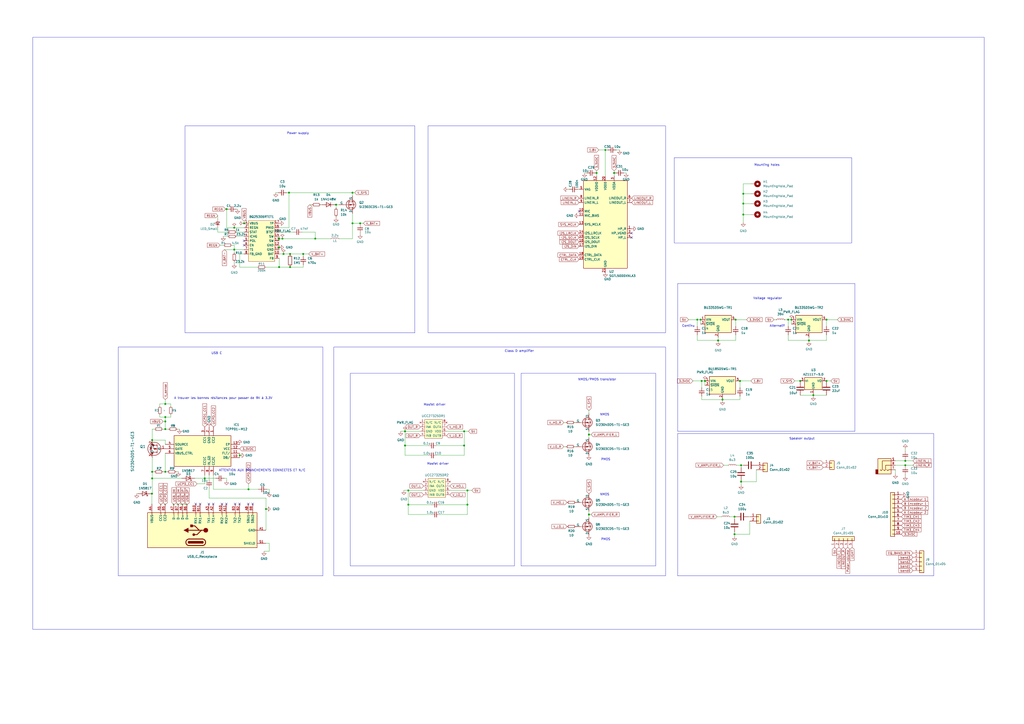
<source format=kicad_sch>
(kicad_sch (version 20231120) (generator "eeschema") (generator_version "8.0")
  (paper "A2")
  (junction (at -111.76 124.46))
  (junction (at 469.265 197.485))
  (junction (at 161.925 143.51))
  (junction (at -91.44 119.38))
  (junction (at 95.885 241.935))
  (junction (at 88.265 277.495))
  (junction (at 406.4 185.42))
  (junction (at 416.56 197.485))
  (junction (at 431.165 124.46))
  (junction (at -66.04 111.76))
  (junction (at 471.805 229.235))
  (junction (at -88.9 119.38))
  (junction (at 161.925 154.94))
  (junction (at 479.425 220.98))
  (junction (at 164.465 147.32))
  (junction (at -71.12 114.3))
  (junction (at 479.425 185.42))
  (junction (at 271.145 284.48))
  (junction (at 236.855 292.735))
  (junction (at 95.885 234.315))
  (junction (at 118.745 277.495))
  (junction (at 431.165 112.395))
  (junction (at -127 238.76))
  (junction (at 407.035 220.98))
  (junction (at 88.265 273.685))
  (junction (at -66.04 243.84))
  (junction (at 88.265 255.27))
  (junction (at 269.24 250.19))
  (junction (at 269.24 258.445))
  (junction (at 429.26 220.98))
  (junction (at 408.94 220.98))
  (junction (at -60.96 254))
  (junction (at 168.275 154.94))
  (junction (at 167.64 111.76))
  (junction (at 135.89 144.78))
  (junction (at 144.145 283.845))
  (junction (at 271.145 292.735))
  (junction (at 459.105 185.42))
  (junction (at 141.605 129.54))
  (junction (at 161.925 138.43))
  (junction (at -96.52 119.38))
  (junction (at 236.855 284.48))
  (junction (at 464.185 220.98))
  (junction (at -121.92 252.095))
  (junction (at 457.2 185.42))
  (junction (at 95.885 248.92))
  (junction (at 175.895 147.32))
  (junction (at 95.885 244.475))
  (junction (at -73.66 193.04))
  (junction (at 95.885 273.685))
  (junction (at 426.085 309.88))
  (junction (at 431.165 118.11))
  (junction (at 426.085 299.72))
  (junction (at 194.945 118.745))
  (junction (at 429.895 269.875))
  (junction (at -104.14 124.46))
  (junction (at 234.95 250.19))
  (junction (at -132.08 252.095))
  (junction (at 429.895 279.4))
  (junction (at -71.12 99.06))
  (junction (at -106.68 109.22))
  (junction (at 234.95 258.445))
  (junction (at 88.138 286.385))
  (junction (at -106.68 99.06))
  (junction (at 525.145 267.335))
  (junction (at 341.63 252.095))
  (junction (at -71.12 254))
  (junction (at -73.66 114.3))
  (junction (at -66.04 99.06))
  (junction (at 404.495 185.42))
  (junction (at 208.915 129.54))
  (junction (at -93.98 99.06))
  (junction (at 139.065 264.16))
  (junction (at 346.075 100.33))
  (junction (at -66.04 109.22))
  (junction (at 182.88 138.43))
  (junction (at 351.155 86.995))
  (junction (at -81.28 99.06))
  (junction (at 168.275 147.32))
  (junction (at 426.72 185.42))
  (junction (at -106.68 124.46))
  (junction (at 131.445 121.285))
  (junction (at -93.98 109.22))
  (junction (at 525.145 269.875))
  (junction (at 154.305 295.275))
  (junction (at 356.235 100.33))
  (junction (at 204.47 129.54))
  (junction (at 135.89 132.08))
  (junction (at 341.63 298.45))
  (junction (at 163.83 138.43))
  (junction (at 419.1 231.775))
  (junction (at 204.47 111.76))
  (no_connect (at 366.395 137.795))
  (no_connect (at 131.318 292.354))
  (no_connect (at -142.24 274.32))
  (no_connect (at 113.538 292.354))
  (no_connect (at 146.558 292.354))
  (no_connect (at -88.9 172.72))
  (no_connect (at -50.8 289.56))
  (no_connect (at -55.88 132.08))
  (no_connect (at 123.698 292.354))
  (no_connect (at -88.9 170.18))
  (no_connect (at 121.158 292.354))
  (no_connect (at 138.938 292.354))
  (no_connect (at 366.395 135.255))
  (no_connect (at 116.078 292.354))
  (no_connect (at 335.915 122.555))
  (no_connect (at 141.605 142.24))
  (no_connect (at 144.018 292.354))
  (no_connect (at -111.76 287.02))
  (no_connect (at 141.605 139.7))
  (no_connect (at 136.398 292.354))
  (no_connect (at 128.778 292.354))
  (no_connect (at -50.8 287.02))
  (no_connect (at -88.9 152.4))
  (no_connect (at -50.8 292.1))
  (no_connect (at -81.28 276.86))
  (no_connect (at -81.28 279.4))
  (no_connect (at -111.76 289.56))
  (wire (pts (xy 161.925 154.94) (xy 168.275 154.94)))
  (wire (pts (xy 341.63 296.545) (xy 341.63 298.45)))
  (wire (pts (xy 107.188 292.354) (xy 107.188 292.735)))
  (wire (pts (xy 168.275 154.94) (xy 175.895 154.94)))
  (wire (pts (xy 130.175 277.495) (xy 131.445 277.495)))
  (wire (pts (xy 175.895 153.67) (xy 175.895 154.94)))
  (wire (pts (xy -60.96 254) (xy -58.42 254)))
  (wire (pts (xy 134.62 142.24) (xy 135.89 142.24)))
  (wire (pts (xy 163.83 138.43) (xy 182.88 138.43)))
  (wire (pts (xy 92.71 240.665) (xy 92.71 241.935)))
  (wire (pts (xy 457.2 185.42) (xy 459.105 185.42)))
  (wire (pts (xy 236.855 292.735) (xy 236.855 298.45)))
  (wire (pts (xy 407.035 220.98) (xy 407.035 224.79)))
  (wire (pts (xy -96.52 116.84) (xy -96.52 119.38)))
  (wire (pts (xy 103.378 292.354) (xy 102.616 292.354)))
  (wire (pts (xy -91.44 116.84) (xy -91.44 119.38)))
  (wire (pts (xy 154.305 154.94) (xy 161.925 154.94)))
  (wire (pts (xy 427.355 269.875) (xy 429.895 269.875)))
  (wire (pts (xy 129.54 137.16) (xy 132.08 137.16)))
  (wire (pts (xy -116.84 124.46) (xy -111.76 124.46)))
  (wire (pts (xy 121.285 288.925) (xy 154.305 288.925)))
  (wire (pts (xy 429.895 279.4) (xy 429.895 278.765)))
  (wire (pts (xy 469.265 197.485) (xy 479.425 197.485)))
  (wire (pts (xy 406.4 185.42) (xy 406.4 187.96)))
  (wire (pts (xy 95.504 292.354) (xy 95.504 292.735)))
  (wire (pts (xy 194.945 125.73) (xy 194.945 126.365)))
  (wire (pts (xy 154.178 307.34) (xy 154.178 307.594)))
  (wire (pts (xy 118.745 275.59) (xy 118.745 277.495)))
  (wire (pts (xy -139.065 252.095) (xy -137.795 252.095)))
  (wire (pts (xy 426.72 194.31) (xy 426.72 197.485)))
  (wire (pts (xy 525.145 266.7) (xy 525.145 267.335)))
  (wire (pts (xy 259.08 250.19) (xy 269.24 250.19)))
  (wire (pts (xy -63.5 99.06) (xy -63.5 101.6)))
  (wire (pts (xy 204.47 129.54) (xy 208.915 129.54)))
  (wire (pts (xy 88.138 286.385) (xy 88.265 286.385)))
  (wire (pts (xy 407.035 231.775) (xy 419.1 231.775)))
  (wire (pts (xy 232.41 250.19) (xy 234.95 250.19)))
  (wire (pts (xy 130.81 121.285) (xy 131.445 121.285)))
  (wire (pts (xy 175.895 147.32) (xy 179.07 147.32)))
  (wire (pts (xy -132.08 250.825) (xy -132.08 252.095)))
  (wire (pts (xy 99.06 240.665) (xy 99.06 241.935)))
  (wire (pts (xy -66.04 109.22) (xy -66.04 111.76)))
  (wire (pts (xy 401.955 220.98) (xy 407.035 220.98)))
  (wire (pts (xy 89.535 273.685) (xy 88.265 273.685)))
  (wire (pts (xy -68.58 243.84) (xy -66.04 243.84)))
  (wire (pts (xy 99.06 234.315) (xy 99.06 235.585)))
  (wire (pts (xy 255.27 292.735) (xy 271.145 292.735)))
  (wire (pts (xy 94.615 248.92) (xy 95.885 248.92)))
  (wire (pts (xy 132.08 121.285) (xy 131.445 121.285)))
  (wire (pts (xy 95.885 257.81) (xy 95.885 255.27)))
  (wire (pts (xy -68.58 109.22) (xy -68.58 106.68)))
  (wire (pts (xy 416.56 197.485) (xy 416.56 198.12)))
  (wire (pts (xy 114.3 280.67) (xy 118.745 280.67)))
  (wire (pts (xy 164.465 147.32) (xy 168.275 147.32)))
  (wire (pts (xy 457.2 197.485) (xy 469.265 197.485)))
  (wire (pts (xy 100.838 292.354) (xy 100.33 292.354)))
  (wire (pts (xy -93.98 109.22) (xy -81.28 109.22)))
  (wire (pts (xy 88.265 248.92) (xy 89.535 248.92)))
  (wire (pts (xy 194.945 118.745) (xy 194.945 120.65)))
  (wire (pts (xy 455.295 185.42) (xy 457.2 185.42)))
  (wire (pts (xy 525.145 269.875) (xy 519.43 269.875)))
  (wire (pts (xy 126.365 132.08) (xy 126.365 134.62)))
  (wire (pts (xy 431.165 118.11) (xy 435.61 118.11)))
  (wire (pts (xy -130.81 238.76) (xy -127 238.76)))
  (wire (pts (xy 95.885 262.89) (xy 95.885 273.685)))
  (wire (pts (xy 88.265 265.43) (xy 88.265 273.685)))
  (wire (pts (xy 464.185 220.98) (xy 464.185 221.615)))
  (wire (pts (xy -121.285 252.095) (xy -121.92 252.095)))
  (wire (pts (xy 519.43 267.335) (xy 525.145 267.335)))
  (wire (pts (xy -96.52 119.38) (xy -96.52 121.92)))
  (wire (pts (xy 479.425 185.42) (xy 479.425 189.23)))
  (wire (pts (xy -63.5 109.22) (xy -63.5 106.68)))
  (wire (pts (xy 431.165 124.46) (xy 431.165 128.905)))
  (wire (pts (xy -119.38 99.06) (xy -119.38 101.6)))
  (wire (pts (xy 168.275 147.32) (xy 175.895 147.32)))
  (wire (pts (xy 104.902 292.354) (xy 104.902 292.735)))
  (wire (pts (xy -99.06 119.38) (xy -96.52 119.38)))
  (wire (pts (xy 95.885 234.315) (xy 99.06 234.315)))
  (wire (pts (xy 479.425 220.98) (xy 481.965 220.98)))
  (wire (pts (xy 479.425 194.31) (xy 479.425 197.485)))
  (wire (pts (xy -66.04 243.84) (xy -66.04 256.54)))
  (wire (pts (xy 102.87 248.92) (xy 104.14 248.92)))
  (wire (pts (xy -66.04 109.22) (xy -63.5 109.22)))
  (wire (pts (xy 471.805 228.6) (xy 471.805 229.235)))
  (wire (pts (xy 161.925 142.24) (xy 161.925 143.51)))
  (wire (pts (xy 404.495 185.42) (xy 404.495 189.23)))
  (wire (pts (xy 404.495 185.42) (xy 406.4 185.42)))
  (wire (pts (xy 234.95 250.19) (xy 234.95 258.445)))
  (wire (pts (xy 194.945 118.745) (xy 196.85 118.745)))
  (wire (pts (xy 88.265 273.685) (xy 88.265 277.495)))
  (wire (pts (xy 255.27 298.45) (xy 271.145 298.45)))
  (wire (pts (xy -119.38 99.06) (xy -106.68 99.06)))
  (wire (pts (xy 79.375 286.385) (xy 80.01 286.385)))
  (wire (pts (xy -106.68 99.06) (xy -93.98 99.06)))
  (wire (pts (xy 429.26 220.98) (xy 435.61 220.98)))
  (wire (pts (xy 204.47 111.76) (xy 204.47 113.665)))
  (wire (pts (xy 459.105 185.42) (xy 459.105 187.96)))
  (wire (pts (xy -81.28 99.06) (xy -81.28 101.6)))
  (wire (pts (xy 95.885 255.27) (xy 88.265 255.27)))
  (wire (pts (xy 161.925 154.94) (xy 161.925 149.86)))
  (wire (pts (xy 204.47 123.825) (xy 204.47 129.54)))
  (wire (pts (xy -81.28 99.06) (xy -71.12 99.06)))
  (wire (pts (xy 419.1 231.14) (xy 419.1 231.775)))
  (wire (pts (xy 166.37 111.76) (xy 167.64 111.76)))
  (wire (pts (xy 341.63 298.45) (xy 341.63 300.355)))
  (wire (pts (xy 186.055 118.745) (xy 186.69 118.745)))
  (wire (pts (xy 154.305 288.925) (xy 154.305 295.275)))
  (wire (pts (xy 93.218 292.735) (xy 93.345 292.735)))
  (wire (pts (xy 126.365 125.095) (xy 126.365 127)))
  (wire (pts (xy 429.895 269.875) (xy 429.895 271.145)))
  (wire (pts (xy 123.825 283.845) (xy 144.145 283.845)))
  (wire (pts (xy -71.12 99.06) (xy -71.12 114.3)))
  (wire (pts (xy 234.95 264.16) (xy 248.285 264.16)))
  (wire (pts (xy 419.1 232.41) (xy 419.1 231.775)))
  (wire (pts (xy 341.63 238.125) (xy 341.63 240.03)))
  (wire (pts (xy -91.44 119.38) (xy -88.9 119.38)))
  (wire (pts (xy -132.715 252.095) (xy -132.08 252.095)))
  (wire (pts (xy -60.96 254) (xy -60.96 256.54)))
  (wire (pts (xy 102.235 273.685) (xy 103.505 273.685)))
  (wire (pts (xy 346.075 100.33) (xy 346.075 102.235)))
  (wire (pts (xy 154.94 283.845) (xy 156.21 283.845)))
  (wire (pts (xy 429.895 279.4) (xy 429.895 281.305)))
  (wire (pts (xy 92.71 234.315) (xy 95.885 234.315)))
  (wire (pts (xy 104.902 292.735) (xy 106.045 292.735)))
  (wire (pts (xy 469.265 197.485) (xy 469.265 198.12)))
  (wire (pts (xy 416.56 195.58) (xy 416.56 197.485)))
  (wire (pts (xy 95.504 292.735) (xy 95.885 292.735)))
  (wire (pts (xy -114.935 252.095) (xy -116.205 252.095)))
  (wire (pts (xy -73.66 193.04) (xy -73.66 195.58)))
  (wire (pts (xy 479.425 220.98) (xy 479.425 221.615)))
  (wire (pts (xy 404.495 197.485) (xy 416.56 197.485)))
  (wire (pts (xy -76.2 114.3) (xy -73.66 114.3)))
  (wire (pts (xy 461.01 220.98) (xy 464.185 220.98)))
  (wire (pts (xy 419.735 269.875) (xy 422.275 269.875)))
  (wire (pts (xy 234.315 284.48) (xy 236.855 284.48)))
  (wire (pts (xy 269.24 250.19) (xy 269.24 258.445)))
  (wire (pts (xy 271.145 284.48) (xy 273.685 284.48)))
  (wire (pts (xy 416.56 197.485) (xy 426.72 197.485)))
  (wire (pts (xy 135.89 144.78) (xy 135.89 142.24)))
  (wire (pts (xy -91.44 167.64) (xy -88.9 167.64)))
  (wire (pts (xy -66.04 111.76) (xy -66.04 114.3)))
  (wire (pts (xy 95.885 273.685) (xy 97.155 273.685)))
  (wire (pts (xy -99.06 167.64) (xy -96.52 167.64)))
  (wire (pts (xy 339.09 100.33) (xy 340.36 100.33)))
  (wire (pts (xy -66.04 109.22) (xy -68.58 109.22)))
  (wire (pts (xy 102.616 292.354) (xy 102.616 292.735)))
  (wire (pts (xy -118.745 238.76) (xy -120.65 238.76)))
  (wire (pts (xy 419.1 231.775) (xy 429.26 231.775)))
  (wire (pts (xy 135.89 144.78) (xy 135.89 146.685)))
  (wire (pts (xy 156.21 319.786) (xy 153.162 319.786)))
  (wire (pts (xy 429.26 220.98) (xy 429.26 224.79)))
  (wire (pts (xy 161.925 138.43) (xy 163.83 138.43)))
  (wire (pts (xy 131.445 132.08) (xy 135.89 132.08)))
  (wire (pts (xy 135.89 151.765) (xy 135.89 153.035)))
  (wire (pts (xy 121.285 275.59) (xy 121.285 278.13)))
  (wire (pts (xy 100.33 292.735) (xy 100.965 292.735)))
  (wire (pts (xy 125.095 277.495) (xy 118.745 277.495)))
  (wire (pts (xy 345.44 100.33) (xy 346.075 100.33)))
  (wire (pts (xy 356.87 100.33) (xy 356.235 100.33)))
  (wire (pts (xy 92.71 241.935) (xy 95.885 241.935)))
  (wire (pts (xy 107.188 292.735) (xy 108.585 292.735)))
  (wire (pts (xy -93.98 106.68) (xy -93.98 109.22)))
  (wire (pts (xy 341.63 298.45) (xy 342.9 298.45)))
  (wire (pts (xy 271.145 292.735) (xy 271.145 298.45)))
  (wire (pts (xy -121.92 250.825) (xy -121.92 252.095)))
  (wire (pts (xy 154.178 315.214) (xy 156.21 315.214)))
  (wire (pts (xy 347.345 86.995) (xy 351.155 86.995)))
  (wire (pts (xy 327.025 245.11) (xy 328.295 245.11)))
  (wire (pts (xy 329.565 109.855) (xy 330.2 109.855)))
  (wire (pts (xy 156.21 315.214) (xy 156.21 319.786)))
  (wire (pts (xy 426.72 185.42) (xy 426.72 189.23)))
  (wire (pts (xy 423.545 299.72) (xy 426.085 299.72)))
  (wire (pts (xy -106.68 124.46) (xy -106.68 127)))
  (wire (pts (xy -71.12 96.52) (xy -71.12 99.06)))
  (wire (pts (xy 182.88 138.43) (xy 191.77 138.43)))
  (wire (pts (xy -104.14 121.92) (xy -104.14 124.46)))
  (wire (pts (xy 415.925 299.72) (xy 418.465 299.72)))
  (wire (pts (xy -121.92 252.095) (xy -121.92 254)))
  (wire (pts (xy 407.035 220.98) (xy 408.94 220.98)))
  (wire (pts (xy -106.68 124.46) (xy -104.14 124.46)))
  (wire (pts (xy 253.365 264.16) (xy 269.24 264.16)))
  (wire (pts (xy -71.12 114.3) (xy -68.58 114.3)))
  (wire (pts (xy -93.98 99.06) (xy -81.28 99.06)))
  (wire (pts (xy 130.175 144.78) (xy 135.89 144.78)))
  (wire (pts (xy 327.025 259.08) (xy 328.295 259.08)))
  (wire (pts (xy 363.22 100.33) (xy 361.95 100.33)))
  (wire (pts (xy 333.375 245.11) (xy 334.01 245.11)))
  (wire (pts (xy 95.885 248.92) (xy 97.79 248.92)))
  (wire (pts (xy -68.58 99.06) (xy -66.04 99.06)))
  (wire (pts (xy 88.265 277.495) (xy 105.41 277.495)))
  (wire (pts (xy 426.085 309.88) (xy 434.975 309.88)))
  (wire (pts (xy 92.71 234.315) (xy 92.71 235.585)))
  (wire (pts (xy -66.04 243.84) (xy -63.5 243.84)))
  (wire (pts (xy 356.235 99.06) (xy 356.235 100.33)))
  (wire (pts (xy 341.63 250.19) (xy 341.63 252.095)))
  (wire (pts (xy 108.458 292.354) (xy 107.188 292.354)))
  (wire (pts (xy 167.64 111.76) (xy 204.47 111.76)))
  (wire (pts (xy 135.89 144.78) (xy 141.605 144.78)))
  (wire (pts (xy -53.34 254) (xy -50.8 254)))
  (wire (pts (xy 426.085 299.72) (xy 426.085 300.99)))
  (wire (pts (xy 208.915 135.255) (xy 208.915 135.89)))
  (wire (pts (xy 408.94 223.52) (xy 408.94 220.98)))
  (wire (pts (xy 102.616 292.735) (xy 103.505 292.735)))
  (wire (pts (xy 448.945 185.42) (xy 450.215 185.42)))
  (wire (pts (xy -106.68 106.68) (xy -106.68 109.22)))
  (wire (pts (xy 426.72 185.42) (xy 433.07 185.42)))
  (wire (pts (xy 471.805 229.235) (xy 471.805 229.87)))
  (wire (pts (xy 426.085 299.72) (xy 426.72 299.72)))
  (wire (pts (xy 105.918 292.354) (xy 104.902 292.354)))
  (wire (pts (xy 434.975 309.88) (xy 434.975 302.26)))
  (wire (pts (xy 431.165 106.68) (xy 435.61 106.68)))
  (wire (pts (xy -66.04 99.06) (xy -63.5 99.06)))
  (wire (pts (xy 161.925 138.43) (xy 161.925 139.7)))
  (wire (pts (xy 137.16 137.16) (xy 141.605 137.16)))
  (wire (pts (xy 234.95 258.445) (xy 234.95 264.16)))
  (wire (pts (xy 236.855 284.48) (xy 245.745 284.48)))
  (wire (pts (xy -132.08 252.095) (xy -132.08 254)))
  (wire (pts (xy 194.31 118.745) (xy 194.945 118.745)))
  (wire (pts (xy 431.165 112.395) (xy 435.61 112.395)))
  (wire (pts (xy 123.825 275.59) (xy 123.825 283.845)))
  (wire (pts (xy 131.445 277.495) (xy 131.445 278.765)))
  (wire (pts (xy 529.59 267.335) (xy 525.145 267.335)))
  (wire (pts (xy 429.26 229.87) (xy 429.26 231.775)))
  (wire (pts (xy -119.38 109.22) (xy -106.68 109.22)))
  (wire (pts (xy 236.855 292.735) (xy 250.19 292.735)))
  (wire (pts (xy 196.85 138.43) (xy 204.47 138.43)))
  (wire (pts (xy 139.065 264.16) (xy 139.065 262.89)))
  (wire (pts (xy 139.065 154.94) (xy 149.225 154.94)))
  (wire (pts (xy 94.615 244.475) (xy 95.885 244.475)))
  (wire (pts (xy 333.375 259.08) (xy 334.01 259.08)))
  (wire (pts (xy 156.21 283.845) (xy 156.21 285.75)))
  (wire (pts (xy 132.08 134.62) (xy 126.365 134.62)))
  (wire (pts (xy 529.59 269.875) (xy 525.145 269.875)))
  (wire (pts (xy 208.915 129.54) (xy 208.915 130.175)))
  (wire (pts (xy -78.74 254) (xy -76.2 254)))
  (wire (pts (xy 352.425 86.995) (xy 351.155 86.995)))
  (wire (pts (xy 135.89 132.08) (xy 141.605 132.08)))
  (wire (pts (xy 429.895 269.875) (xy 431.165 269.875)))
  (wire (pts (xy 431.165 118.11) (xy 431.165 124.46)))
  (wire (pts (xy 144.145 283.845) (xy 144.145 280.67)))
  (wire (pts (xy -66.04 96.52) (xy -66.04 99.06)))
  (wire (pts (xy -127 238.76) (xy -127 254)))
  (wire (pts (xy 139.065 264.16) (xy 139.065 265.43)))
  (wire (pts (xy 204.47 129.54) (xy 204.47 138.43)))
  (wire (pts (xy 431.165 124.46) (xy 435.61 124.46)))
  (wire (pts (xy 341.63 252.095) (xy 342.9 252.095)))
  (wire (pts (xy 88.138 286.385) (xy 88.138 292.354)))
  (wire (pts (xy 87.63 286.385) (xy 88.138 286.385)))
  (wire (pts (xy -58.42 243.84) (xy -55.88 243.84)))
  (wire (pts (xy 525.145 276.225) (xy 525.145 275.59)))
  (wire (pts (xy 93.218 292.354) (xy 93.218 292.735)))
  (wire (pts (xy -106.68 109.22) (xy -93.98 109.22)))
  (wire (pts (xy -111.76 121.92) (xy -111.76 124.46)))
  (wire (pts (xy 234.95 250.19) (xy 243.84 250.19)))
  (wire (pts (xy 154.305 307.34) (xy 154.305 295.275)))
  (wire (pts (xy 260.985 284.48) (xy 271.145 284.48)))
  (wire (pts (xy -60.96 251.46) (xy -60.96 254)))
  (wire (pts (xy 175.26 134.62) (xy 182.88 134.62)))
  (wire (pts (xy -104.14 124.46) (xy -88.9 124.46)))
  (wire (pts (xy 469.265 195.58) (xy 469.265 197.485)))
  (wire (pts (xy 431.165 112.395) (xy 431.165 118.11)))
  (wire (pts (xy 175.895 147.32) (xy 175.895 148.59)))
  (wire (pts (xy -81.28 106.68) (xy -81.28 109.22)))
  (wire (pts (xy 179.705 118.745) (xy 180.975 118.745)))
  (wire (pts (xy 149.86 283.845) (xy 144.145 283.845)))
  (wire (pts (xy 139.065 147.32) (xy 139.065 154.94)))
  (wire (pts (xy 160.02 111.76) (xy 161.29 111.76)))
  (wire (pts (xy 88.265 248.92) (xy 88.265 255.27)))
  (wire (pts (xy 404.495 194.31) (xy 404.495 197.485)))
  (wire (pts (xy 464.185 229.235) (xy 471.805 229.235)))
  (wire (pts (xy 154.178 307.34) (xy 154.305 307.34)))
  (wire (pts (xy 182.88 134.62) (xy 182.88 138.43)))
  (wire (pts (xy 457.2 185.42) (xy 457.2 189.23)))
  (wire (pts (xy 100.33 292.354) (xy 100.33 292.735)))
  (wire (pts (xy 118.745 280.67) (xy 118.745 277.495)))
  (wire (pts (xy 95.885 234.315) (xy 95.885 231.775)))
  (wire (pts (xy 141.605 128.27) (xy 141.605 129.54)))
  (wire (pts (xy 161.925 143.51) (xy 161.925 144.78)))
  (wire (pts (xy -93.98 99.06) (xy -93.98 101.6)))
  (wire (pts (xy 121.285 283.21) (xy 121.285 288.925)))
  (wire (pts (xy 271.145 284.48) (xy 271.145 292.735)))
  (wire (pts (xy -125.73 238.76) (xy -127 238.76)))
  (wire (pts (xy 94.615 273.685) (xy 95.885 273.685)))
  (wire (pts (xy 137.795 121.285) (xy 137.16 121.285)))
  (wire (pts (xy 519.43 274.955) (xy 519.43 272.415)))
  (wire (pts (xy 208.915 129.54) (xy 210.82 129.54)))
  (wire (pts (xy 269.24 258.445) (xy 269.24 264.16)))
  (wire (pts (xy 161.925 147.32) (xy 164.465 147.32)))
  (wire (pts (xy 525.145 260.35) (xy 525.145 261.62)))
  (wire (pts (xy 426.085 309.88) (xy 426.085 311.15)))
  (wire (pts (xy -119.38 106.68) (xy -119.38 109.22)))
  (wire (pts (xy 127.635 142.24) (xy 129.54 142.24)))
  (wire (pts (xy 351.155 86.995) (xy 351.155 102.235)))
  (wire (pts (xy 139.065 147.32) (xy 141.605 147.32)))
  (wire (pts (xy 426.085 309.88) (xy 426.085 308.61)))
  (wire (pts (xy -111.76 124.46) (xy -111.76 127)))
  (wire (pts (xy 525.145 270.51) (xy 525.145 269.875)))
  (wire (pts (xy 407.035 229.87) (xy 407.035 231.775)))
  (wire (pts (xy 95.758 292.354) (xy 95.504 292.354)))
  (wire (pts (xy 95.885 241.935) (xy 99.06 241.935)))
  (wire (pts (xy -91.44 119.38) (xy -91.44 121.92)))
  (wire (pts (xy 479.425 185.42) (xy 485.775 185.42)))
  (wire (pts (xy 457.2 194.31) (xy 457.2 197.485)))
  (wire (pts (xy 253.365 258.445) (xy 269.24 258.445)))
  (wire (pts (xy 236.855 298.45) (xy 250.19 298.45)))
  (wire (pts (xy -106.68 121.92) (xy -106.68 124.46)))
  (wire (pts (xy 335.28 109.855) (xy 335.915 109.855)))
  (wire (pts (xy 161.925 134.62) (xy 170.18 134.62)))
  (wire (pts (xy 434.34 299.72) (xy 434.975 299.72)))
  (wire (pts (xy 95.885 244.475) (xy 95.885 248.92)))
  (wire (pts (xy 204.47 111.76) (xy 205.74 111.76)))
  (wire (pts (xy -73.66 193.04) (xy -71.12 193.04)))
  (wire (pts (xy 161.925 132.08) (xy 167.64 132.08)))
  (wire (pts (xy 234.95 258.445) (xy 248.285 258.445)))
  (wire (pts (xy 161.925 137.16) (xy 161.925 138.43)))
  (wire (pts (xy -68.58 101.6) (xy -68.58 99.06)))
  (wire (pts (xy 113.03 277.495) (xy 118.745 277.495)))
  (wire (pts (xy -73.66 114.3) (xy -71.12 114.3)))
  (wire (pts (xy 167.64 111.76) (xy 167.64 132.08)))
  (wire (pts (xy 95.885 241.935) (xy 95.885 244.475)))
  (wire (pts (xy 356.235 100.33) (xy 356.235 102.235)))
  (wire (pts (xy 236.855 284.48) (xy 236.855 292.735)))
  (wire (pts (xy -106.68 99.06) (xy -106.68 101.6)))
  (wire (pts (xy -71.12 254) (xy -71.12 256.54)))
  (wire (pts (xy 341.63 252.095) (xy 341.63 254)))
  (wire (pts (xy -88.9 116.84) (xy -88.9 119.38)))
  (wire (pts (xy 471.805 229.235) (xy 479.425 229.235)))
  (wire (pts (xy 359.41 86.995) (xy 357.505 86.995)))
  (wire (pts (xy 346.075 99.06) (xy 346.075 100.33)))
  (wire (pts (xy 399.415 185.42) (xy 404.495 185.42)))
  (wire (pts (xy 431.165 106.68) (xy 431.165 112.395)))
  (wire (pts (xy 269.24 250.19) (xy 271.78 250.19)))
  (wire (pts (xy 131.445 121.285) (xy 131.445 132.08)))
  (wire (pts (xy 438.785 279.4) (xy 438.785 272.415)))
  (wire (pts (xy -71.12 251.46) (xy -71.12 254)))
  (wire (pts (xy 429.895 279.4) (xy 438.785 279.4)))
  (wire (pts (xy 137.16 134.62) (xy 141.605 134.62)))
  (wire (pts (xy 88.265 277.495) (xy 88.265 286.385)))
  (rectangle (start 19.05 21.59) (end 570.865 365.125))
  (rectangle (start 302.26 216.535) (end 380.365 328.295))
  (rectangle (start 68.58 201.295) (end 187.325 334.01))
  (rectangle (start 107.315 73.025) (end 240.665 193.04))
  (rectangle (start 393.065 251.46) (end 541.655 334.01))
  (rectangle (start 203.2 216.535) (end 298.45 328.295))
  (rectangle (start 391.16 91.44) (end 494.03 140.97))
  (rectangle (start 248.285 73.025) (end 386.08 193.04))
  (rectangle (start 393.065 164.465) (end 495.935 250.19))
  (rectangle (start 193.675 201.295) (end 386.08 334.01))
  (text "Speaker output\n" (at 457.835 255.27 0) (effects (font (size 1.27 1.27)) (justify left bottom)))
  (text "A trouver les bonnes résitances pour passer de 9V à 3.3V" (at 100.965 231.775 0) (effects (font (size 1.27 1.27)) (justify left bottom)))
  (text "Mettre le 1uF de Vref+ au plus proche de la STM\n" (at -119.38 111.76 0) (effects (font (size 1.27 1.27))))
  (text "PMOS" (at 348.615 313.69 0) (effects (font (size 1.27 1.27)) (justify left bottom)))
  (text "NMOS\n" (at 347.98 241.3 0) (effects (font (size 1.27 1.27)) (justify left bottom)))
  (text "ATTENTION AUX BRANCHEMENTS CONNECTES ET N/C\n" (at 127 273.685 0) (effects (font (size 1.27 1.27)) (justify left bottom)))
  (text "NMOS/PMOS transistor\n" (at 335.28 220.98 0) (effects (font (size 1.27 1.27)) (justify left bottom)))
  (text "Continu\n" (at 395.605 189.865 0) (effects (font (size 1.27 1.27)) (justify left bottom)))
  (text "Mounting holes" (at 437.515 96.52 0) (effects (font (size 1.27 1.27)) (justify left bottom)))
  (text "Voltage regulator\n\n" (at 436.88 175.895 0) (effects (font (size 1.27 1.27)) (justify left bottom)))
  (text "USB C\n" (at 122.555 205.74 0) (effects (font (size 1.27 1.27)) (justify left bottom)))
  (text "Alternatif\n" (at 446.405 189.865 0) (effects (font (size 1.27 1.27)) (justify left bottom)))
  (text "Mosfet driver\n" (at 245.745 235.585 0) (effects (font (size 1.27 1.27)) (justify left bottom)))
  (text "PMOS" (at 348.615 267.335 0) (effects (font (size 1.27 1.27)) (justify left bottom)))
  (text "NMOS\n" (at 347.98 287.655 0) (effects (font (size 1.27 1.27)) (justify left bottom)))
  (text "STM32\n" (at -71.12 86.36 0) (effects (font (size 1.27 1.27)) (justify left bottom)))
  (text "Mettre le 1uF de VDDA au plus proche de la STM\n" (at -35.56 106.68 0) (effects (font (size 1.27 1.27))))
  (text "Mosfet driver\n" (at 247.65 269.875 0) (effects (font (size 1.27 1.27)) (justify left bottom)))
  (text "Class D amplifier\n" (at 292.735 204.47 0) (effects (font (size 1.27 1.27)) (justify left bottom)))
  (text "Power supply\n" (at 166.37 78.105 0) (effects (font (size 1.27 1.27)) (justify left bottom)))
  (global_label "I2S_DIN" (shape input) (at 335.915 142.875 180) (property "Intersheetrefs" "${INTERSHEET_REFS}" (effects (hide yes))))
  (global_label "LINEIN_R" (shape input) (at 335.915 114.935 180) (property "Intersheetrefs" "${INTERSHEET_REFS}" (effects (hide yes))))
  (global_label "LINEOUT_L" (shape input) (at 486.664 317.5 270) (property "Intersheetrefs" "${INTERSHEET_REFS}" (effects (hide yes))))
  (global_label "band3" (shape input) (at -88.9 177.8 180) (property "Intersheetrefs" "${INTERSHEET_REFS}" (effects (hide yes))))
  (global_label "CTRL_DATA" (shape input) (at -88.9 165.1 180) (property "Intersheetrefs" "${INTERSHEET_REFS}" (effects (hide yes))))
  (global_label "V_SYS" (shape input) (at 341.63 286.385 90) (property "Intersheetrefs" "${INTERSHEET_REFS}" (effects (hide yes))))
  (global_label "USB_DM" (shape input) (at 100.965 292.735 90) (property "Intersheetrefs" "${INTERSHEET_REFS}" (effects (hide yes))))
  (global_label "5V" (shape input) (at 271.78 250.19 0) (property "Intersheetrefs" "${INTERSHEET_REFS}" (effects (hide yes))))
  (global_label "V_BAT+" (shape input) (at 179.07 147.32 0) (property "Intersheetrefs" "${INTERSHEET_REFS}" (effects (hide yes))))
  (global_label "LINEIN_L" (shape input) (at 335.915 117.475 180) (property "Intersheetrefs" "${INTERSHEET_REFS}" (effects (hide yes))))
  (global_label "LINEOUT_L" (shape input) (at 366.395 117.475 0) (property "Intersheetrefs" "${INTERSHEET_REFS}" (effects (hide yes))))
  (global_label "I2S_DOUT" (shape input) (at -142.24 292.1 180) (property "Intersheetrefs" "${INTERSHEET_REFS}" (effects (hide yes))))
  (global_label "EQ_BAND_BTN" (shape input) (at -88.9 175.26 180) (property "Intersheetrefs" "${INTERSHEET_REFS}" (effects (hide yes))))
  (global_label "TIM3_CH2" (shape input) (at 522.859 302.26 0) (property "Intersheetrefs" "${INTERSHEET_REFS}" (effects (hide yes))))
  (global_label "SWDIO" (shape input) (at -55.88 152.4 0) (property "Intersheetrefs" "${INTERSHEET_REFS}" (effects (hide yes))))
  (global_label "REGN" (shape input) (at 126.365 125.095 180) (property "Intersheetrefs" "${INTERSHEET_REFS}" (effects (hide yes))))
  (global_label "I2S_SCLK" (shape input) (at -142.24 289.56 180) (property "Intersheetrefs" "${INTERSHEET_REFS}" (effects (hide yes))))
  (global_label "VBUS" (shape input) (at 141.605 128.27 90) (property "Intersheetrefs" "${INTERSHEET_REFS}" (effects (hide yes))))
  (global_label "V_AMPLIFIER_L" (shape input) (at 342.9 252.095 0) (property "Intersheetrefs" "${INTERSHEET_REFS}" (effects (hide yes))))
  (global_label "STM32_CC1" (shape input) (at -88.9 162.56 180) (property "Intersheetrefs" "${INTERSHEET_REFS}" (effects (hide yes))))
  (global_label "3.3VDC" (shape input) (at 139.065 260.35 0) (property "Intersheetrefs" "${INTERSHEET_REFS}" (effects (hide yes))))
  (global_label "TIM3_CH4" (shape input) (at 522.859 307.34 0) (property "Intersheetrefs" "${INTERSHEET_REFS}" (effects (hide yes))))
  (global_label "I2S_LRCLK" (shape input) (at -81.28 289.56 180) (property "Intersheetrefs" "${INTERSHEET_REFS}" (effects (hide yes))))
  (global_label "SYS_MLCK" (shape input) (at -55.88 127 0) (property "Intersheetrefs" "${INTERSHEET_REFS}" (effects (hide yes))))
  (global_label "band0" (shape input) (at -88.9 185.42 180) (property "Intersheetrefs" "${INTERSHEET_REFS}" (effects (hide yes))))
  (global_label "3.3VDC" (shape input) (at 433.07 185.42 0) (property "Intersheetrefs" "${INTERSHEET_REFS}" (effects (hide yes))))
  (global_label "3.3VDC" (shape input) (at 346.075 99.06 90) (property "Intersheetrefs" "${INTERSHEET_REFS}" (effects (hide yes))))
  (global_label "band2" (shape input) (at -88.9 180.34 180) (property "Intersheetrefs" "${INTERSHEET_REFS}" (effects (hide yes))))
  (global_label "VBUS" (shape input) (at 94.615 244.475 180) (property "Intersheetrefs" "${INTERSHEET_REFS}" (effects (hide yes))))
  (global_label "TIM3_CH4" (shape input) (at -88.9 149.86 180) (property "Intersheetrefs" "${INTERSHEET_REFS}" (effects (hide yes))))
  (global_label "1.8V" (shape input) (at -130.81 238.76 180) (property "Intersheetrefs" "${INTERSHEET_REFS}" (effects (hide yes))))
  (global_label "3.3VAC" (shape input) (at 356.235 99.06 90) (property "Intersheetrefs" "${INTERSHEET_REFS}" (effects (hide yes))))
  (global_label "V_LO_R" (shape input) (at 327.025 259.08 180) (property "Intersheetrefs" "${INTERSHEET_REFS}" (effects (hide yes))))
  (global_label "1.8V" (shape input) (at -68.58 243.84 180) (property "Intersheetrefs" "${INTERSHEET_REFS}" (effects (hide yes))))
  (global_label "V_HO_R" (shape input) (at 327.025 245.11 180) (property "Intersheetrefs" "${INTERSHEET_REFS}" (effects (hide yes))))
  (global_label "SYS_MCLK" (shape input) (at 335.915 130.175 180) (property "Intersheetrefs" "${INTERSHEET_REFS}" (effects (hide yes))))
  (global_label "UCPD_CC2" (shape input) (at 144.145 280.67 90) (property "Intersheetrefs" "${INTERSHEET_REFS}" (effects (hide yes))))
  (global_label "V_AMPLIFIER_L" (shape input) (at 419.735 269.875 180) (property "Intersheetrefs" "${INTERSHEET_REFS}" (effects (hide yes))))
  (global_label "1.8V" (shape input) (at 435.61 220.98 0) (property "Intersheetrefs" "${INTERSHEET_REFS}" (effects (hide yes))))
  (global_label "V_AMPLIFIER_R" (shape input) (at 415.925 299.72 180) (property "Intersheetrefs" "${INTERSHEET_REFS}" (effects (hide yes))))
  (global_label "A Encodeur 2" (shape input) (at -88.9 142.24 180) (property "Intersheetrefs" "${INTERSHEET_REFS}" (effects (hide yes))))
  (global_label "LINEOUT_R" (shape input) (at 366.395 114.935 0) (property "Intersheetrefs" "${INTERSHEET_REFS}" (effects (hide yes))))
  (global_label "I2S_SCLK" (shape input) (at 335.915 137.795 180) (property "Intersheetrefs" "${INTERSHEET_REFS}" (effects (hide yes))))
  (global_label "I2S_DOUT" (shape input) (at -88.9 160.02 180) (property "Intersheetrefs" "${INTERSHEET_REFS}" (effects (hide yes))))
  (global_label "CTRL_DATA" (shape input) (at -81.28 302.26 180) (property "Intersheetrefs" "${INTERSHEET_REFS}" (effects (hide yes))))
  (global_label "REGN" (shape input) (at 127.635 142.24 180) (property "Intersheetrefs" "${INTERSHEET_REFS}" (effects (hide yes))))
  (global_label "3.3VAC" (shape input) (at -121.92 250.825 90) (property "Intersheetrefs" "${INTERSHEET_REFS}" (effects (hide yes))))
  (global_label "LINEOUT_L" (shape input) (at -50.8 271.78 0) (property "Intersheetrefs" "${INTERSHEET_REFS}" (effects (hide yes))))
  (global_label "V_BAT+" (shape input) (at 477.52 268.605 180) (property "Intersheetrefs" "${INTERSHEET_REFS}" (effects (hide yes))))
  (global_label "B Encodeur 2" (shape input) (at -88.9 129.54 180) (property "Intersheetrefs" "${INTERSHEET_REFS}" (effects (hide yes))))
  (global_label "3.3VDC" (shape input) (at -132.08 250.825 90) (property "Intersheetrefs" "${INTERSHEET_REFS}" (effects (hide yes))))
  (global_label "5V" (shape input) (at 448.945 185.42 180) (property "Intersheetrefs" "${INTERSHEET_REFS}" (effects (hide yes))))
  (global_label "TIM3_CH3" (shape input) (at 522.859 304.8 0) (property "Intersheetrefs" "${INTERSHEET_REFS}" (effects (hide yes))))
  (global_label "LINEIN_L" (shape input) (at -81.28 271.78 180) (property "Intersheetrefs" "${INTERSHEET_REFS}" (effects (hide yes))))
  (global_label "V_LO_L" (shape input) (at 328.93 305.435 180) (property "Intersheetrefs" "${INTERSHEET_REFS}" (effects (hide yes))))
  (global_label "V_sense" (shape input) (at 95.885 231.775 90) (property "Intersheetrefs" "${INTERSHEET_REFS}" (effects (hide yes))))
  (global_label "LINEIN_L" (shape input) (at 529.59 267.335 0) (property "Intersheetrefs" "${INTERSHEET_REFS}" (effects (hide yes))))
  (global_label "A Encodeur 2" (shape input) (at 522.859 297.18 0) (property "Intersheetrefs" "${INTERSHEET_REFS}" (effects (hide yes))))
  (global_label "band2" (shape input) (at 529.59 325.882 180) (property "Intersheetrefs" "${INTERSHEET_REFS}" (effects (hide yes))))
  (global_label "V_sense" (shape input) (at -88.9 132.08 180) (property "Intersheetrefs" "${INTERSHEET_REFS}" (effects (hide yes))))
  (global_label "I2S_LRCLK" (shape input) (at -142.24 287.02 180) (property "Intersheetrefs" "${INTERSHEET_REFS}" (effects (hide yes))))
  (global_label "Potar_volume" (shape input) (at -55.88 124.46 0) (property "Intersheetrefs" "${INTERSHEET_REFS}" (effects (hide yes))))
  (global_label "A Encodeur 1" (shape input) (at -88.9 137.16 180) (property "Intersheetrefs" "${INTERSHEET_REFS}" (effects (hide yes))))
  (global_label "band1" (shape input) (at 529.59 328.422 180) (property "Intersheetrefs" "${INTERSHEET_REFS}" (effects (hide yes))))
  (global_label "OUT_L" (shape input) (at -55.88 119.38 0) (property "Intersheetrefs" "${INTERSHEET_REFS}" (effects (hide yes))))
  (global_label "V_AMPLIFIER_R" (shape input) (at 342.9 298.45 0) (property "Intersheetrefs" "${INTERSHEET_REFS}" (effects (hide yes))))
  (global_label "V_LO_R" (shape input) (at 259.08 252.73 0) (property "Intersheetrefs" "${INTERSHEET_REFS}" (effects (hide yes))))
  (global_label "V_BAT+" (shape input) (at 210.82 129.54 0) (property "Intersheetrefs" "${INTERSHEET_REFS}" (effects (hide yes))))
  (global_label "USB_DM" (shape input) (at 103.505 292.735 90) (property "Intersheetrefs" "${INTERSHEET_REFS}" (effects (hide yes))))
  (global_label "5V" (shape input) (at 273.685 284.48 0) (property "Intersheetrefs" "${INTERSHEET_REFS}" (effects (hide yes))))
  (global_label "3.3VAC" (shape input) (at 485.775 185.42 0) (property "Intersheetrefs" "${INTERSHEET_REFS}" (effects (hide yes))))
  (global_label "LIGHT" (shape input) (at 494.284 317.5 270) (property "Intersheetrefs" "${INTERSHEET_REFS}" (effects (hide yes))))
  (global_label "A Encodeur 1" (shape input) (at 522.859 289.56 0) (property "Intersheetrefs" "${INTERSHEET_REFS}" (effects (hide yes))))
  (global_label "band1" (shape input) (at -88.9 182.88 180) (property "Intersheetrefs" "${INTERSHEET_REFS}" (effects (hide yes))))
  (global_label "TIM3_CH1" (shape input) (at 522.859 299.72 0) (property "Intersheetrefs" "${INTERSHEET_REFS}" (effects (hide yes))))
  (global_label "I2S_SCLK" (shape input) (at -81.28 292.1 180) (property "Intersheetrefs" "${INTERSHEET_REFS}" (effects (hide yes))))
  (global_label "LINEIN_R" (shape input) (at -142.24 266.7 180) (property "Intersheetrefs" "${INTERSHEET_REFS}" (effects (hide yes))))
  (global_label "V_SYS" (shape input) (at 461.01 220.98 180) (property "Intersheetrefs" "${INTERSHEET_REFS}" (effects (hide yes))))
  (global_label "B Encodeur 1" (shape input) (at 522.859 292.1 0) (property "Intersheetrefs" "${INTERSHEET_REFS}" (effects (hide yes))))
  (global_label "REGN" (shape input) (at 130.81 121.285 180) (property "Intersheetrefs" "${INTERSHEET_REFS}" (effects (hide yes))))
  (global_label "B Encodeur 1" (shape input) (at -88.9 139.7 180) (property "Intersheetrefs" "${INTERSHEET_REFS}" (effects (hide yes))))
  (global_label "I2S_LRCLK" (shape input) (at -55.88 142.24 0) (property "Intersheetrefs" "${INTERSHEET_REFS}" (effects (hide yes))))
  (global_label "I2S_DIN" (shape input) (at -142.24 294.64 180) (property "Intersheetrefs" "${INTERSHEET_REFS}" (effects (hide yes))))
  (global_label "LINEOUT_R" (shape input) (at -111.76 266.7 0) (property "Intersheetrefs" "${INTERSHEET_REFS}" (effects (hide yes))))
  (global_label "SYS_MCLK" (shape input) (at -142.24 281.94 180) (property "Intersheetrefs" "${INTERSHEET_REFS}" (effects (hide yes))))
  (global_label "TIM3_CH3" (shape input) (at -88.9 147.32 180) (property "Intersheetrefs" "${INTERSHEET_REFS}" (effects (hide yes))))
  (global_label "CTRL_CLK" (shape input) (at -142.24 302.26 180) (property "Intersheetrefs" "${INTERSHEET_REFS}" (effects (hide yes))))
  (global_label "CTRL_CLK" (shape input) (at -55.88 157.48 0) (property "Intersheetrefs" "${INTERSHEET_REFS}" (effects (hide yes))))
  (global_label "V_BAT-" (shape input) (at 130.175 144.78 270) (property "Intersheetrefs" "${INTERSHEET_REFS}" (effects (hide yes))))
  (global_label "SWO" (shape input) (at -88.9 154.94 180) (property "Intersheetrefs" "${INTERSHEET_REFS}" (effects (hide yes))))
  (global_label "5V" (shape input) (at 481.965 220.98 0) (property "Intersheetrefs" "${INTERSHEET_REFS}" (effects (hide yes))))
  (global_label "V_HO_L" (shape input) (at 328.93 291.465 180) (property "Intersheetrefs" "${INTERSHEET_REFS}" (effects (hide yes))))
  (global_label "SWCLK" (shape input) (at -55.88 154.94 0) (property "Intersheetrefs" "${INTERSHEET_REFS}" (effects (hide yes))))
  (global_label "UCPD_CC2" (shape input) (at -88.9 157.48 180) (property "Intersheetrefs" "${INTERSHEET_REFS}" (effects (hide yes))))
  (global_label "VBUS" (shape input) (at 179.705 118.745 270) (property "Intersheetrefs" "${INTERSHEET_REFS}" (effects (hide yes))))
  (global_label "LINEOUT_R" (shape input) (at -50.8 269.24 0) (property "Intersheetrefs" "${INTERSHEET_REFS}" (effects (hide yes))))
  (global_label "LINEIN_R" (shape input) (at -81.28 269.24 180) (property "Intersheetrefs" "${INTERSHEET_REFS}" (effects (hide yes))))
  (global_label "UCPD_CC1" (shape input) (at 114.3 280.67 180) (property "Intersheetrefs" "${INTERSHEET_REFS}" (effects (hide yes))))
  (global_label "LINEIN_L" (shape input) (at -142.24 269.24 180) (property "Intersheetrefs" "${INTERSHEET_REFS}" (effects (hide yes))))
  (global_label "CTRL_DATA" (shape input) (at -142.24 299.72 180) (property "Intersheetrefs" "${INTERSHEET_REFS}" (effects (hide yes))))
  (global_label "CTRL_CLK" (shape input) (at 335.915 150.495 180) (property "Intersheetrefs" "${INTERSHEET_REFS}" (effects (hide yes))))
  (global_label "CTRL_CLK" (shape input) (at -81.28 304.8 180) (property "Intersheetrefs" "${INTERSHEET_REFS}" (effects (hide yes))))
  (global_label "3.3VDC" (shape input) (at 401.955 220.98 180) (property "Intersheetrefs" "${INTERSHEET_REFS}" (effects (hide yes))))
  (global_label "UCPD_CC2" (shape input) (at 95.885 292.735 90) (property "Intersheetrefs" "${INTERSHEET_REFS}" (effects (hide yes))))
  (global_label "OUT_L" (shape input) (at 245.745 287.02 180) (property "Intersheetrefs" "${INTERSHEET_REFS}" (effects (hide yes))))
  (global_label "CTRL_DATA" (shape input) (at 335.915 147.955 180) (property "Intersheetrefs" "${INTERSHEET_REFS}" (effects (hide yes))))
  (global_label "OUT_R" (shape input) (at -55.88 121.92 0) (property "Intersheetrefs" "${INTERSHEET_REFS}" (effects (hide yes))))
  (global_label "USB_DM" (shape input) (at -55.88 147.32 0) (property "Intersheetrefs" "${INTERSHEET_REFS}" (effects (hide yes))))
  (global_label "band3" (shape input) (at 529.59 323.342 180) (property "Intersheetrefs" "${INTERSHEET_REFS}" (effects (hide yes))))
  (global_label "LINEOUT_R" (shape input) (at 489.204 317.5 270) (property "Intersheetrefs" "${INTERSHEET_REFS}" (effects (hide yes))))
  (global_label "LIGHT" (shape input) (at -55.88 129.54 0) (property "Intersheetrefs" "${INTERSHEET_REFS}" (effects (hide yes))))
  (global_label "USB_DP" (shape input) (at 108.585 292.735 90) (property "Intersheetrefs" "${INTERSHEET_REFS}" (effects (hide yes))))
  (global_label "USB_DP" (shape input) (at 106.045 292.735 90) (property "Intersheetrefs" "${INTERSHEET_REFS}" (effects (hide yes))))
  (global_label "NRST" (shape input) (at -104.14 121.92 90) (property "Intersheetrefs" "${INTERSHEET_REFS}" (effects (hide yes))))
  (global_label "OUT_L" (shape input) (at 245.745 281.94 180) (property "Intersheetrefs" "${INTERSHEET_REFS}" (effects (hide yes))))
  (global_label "1.8V" (shape input) (at 347.345 86.995 180) (property "Intersheetrefs" "${INTERSHEET_REFS}" (effects (hide yes))))
  (global_label "I2S_LRCLK" (shape input) (at 335.915 135.255 180) (property "Intersheetrefs" "${INTERSHEET_REFS}" (effects (hide yes))))
  (global_label "5V" (shape input) (at 484.124 317.5 270) (property "Intersheetrefs" "${INTERSHEET_REFS}" (effects (hide yes))))
  (global_label "LINEIN_R" (shape input) (at 529.59 269.875 0) (property "Intersheetrefs" "${INTERSHEET_REFS}" (effects (hide yes))))
  (global_label "SYS_MCLK" (shape input) (at -81.28 284.48 180) (property "Intersheetrefs" "${INTERSHEET_REFS}" (effects (hide yes))))
  (global_label "V_HO_L" (shape input) (at 260.985 281.94 0) (property "Intersheetrefs" "${INTERSHEET_REFS}" (effects (hide yes))))
  (global_label "I2S_SCLK" (shape input) (at -55.88 139.7 0) (property "Intersheetrefs" "${INTERSHEET_REFS}" (effects (hide yes))))
  (global_label "V_SYS" (shape input) (at 341.63 238.125 90) (property "Intersheetrefs" "${INTERSHEET_REFS}" (effects (hide yes))))
  (global_label "TIM3_CH1" (shape input) (at -55.88 134.62 0) (property "Intersheetrefs" "${INTERSHEET_REFS}" (effects (hide yes))))
  (global_label "I2S_DOUT" (shape input) (at -81.28 294.64 180) (property "Intersheetrefs" "${INTERSHEET_REFS}" (effects (hide yes))))
  (global_label "V_HO_R" (shape input) (at 259.08 247.65 0) (property "Intersheetrefs" "${INTERSHEET_REFS}" (effects (hide yes))))
  (global_label "V_SYS" (shape input) (at 205.74 111.76 0) (property "Intersheetrefs" "${INTERSHEET_REFS}" (effects (hide yes))))
  (global_label "5V" (shape input) (at 399.415 185.42 180) (property "Intersheetrefs" "${INTERSHEET_REFS}" (effects (hide yes))))
  (global_label "Potar_volume" (shape input) (at 491.744 317.5 270) (property "Intersheetrefs" "${INTERSHEET_REFS}" (effects (hide yes))))
  (global_label "UCPD_CC1" (shape input) (at 93.345 292.735 90) (property "Intersheetrefs" "${INTERSHEET_REFS}" (effects (hide yes))))
  (global_label "I2S_DIN" (shape input) (at -55.88 144.78 0) (property "Intersheetrefs" "${INTERSHEET_REFS}" (effects (hide yes))))
  (global_label "UCPD1_CC1" (shape input) (at 118.745 247.65 90) (property "Intersheetrefs" "${INTERSHEET_REFS}" (effects (hide yes))))
  (global_label "band0" (shape input) (at 529.59 330.962 180) (property "Intersheetrefs" "${INTERSHEET_REFS}" (effects (hide yes))))
  (global_label "OUT_R" (shape input) (at 243.84 252.73 180) (property "Intersheetrefs" "${INTERSHEET_REFS}" (effects (hide yes))))
  (global_label "V_LO_L" (shape input) (at 260.985 287.02 0) (property "Intersheetrefs" "${INTERSHEET_REFS}" (effects (hide yes))))
  (global_label "V_BAT-" (shape input) (at 477.52 271.145 180) (property "Intersheetrefs" "${INTERSHEET_REFS}" (effects (hide yes))))
  (global_label "UCPD_CC2" (shape input) (at 123.825 247.65 90) (property "Intersheetrefs" "${INTERSHEET_REFS}" (effects (hide yes))))
  (global_label "3.3VDC" (shape input) (at 522.859 309.88 0) (property "Intersheetrefs" "${INTERSHEET_REFS}" (effects (hide yes))))
  (global_label "EQ_BAND_BTN" (shape input) (at 529.59 320.802 180) (property "Intersheetrefs" "${INTERSHEET_REFS}" (effects (hide yes))))
  (global_label "I2S_DOUT" (shape input) (at 335.915 140.335 180) (property "Intersheetrefs" "${INTERSHEET_REFS}" (effects (hide yes))))
  (global_label "USB_DP" (shape input) (at -55.88 149.86 0) (property "Intersheetrefs" "${INTERSHEET_REFS}" (effects (hide yes))))
  (global_label "OUT_R" (shape input) (at 243.84 247.65 180) (property "Intersheetrefs" "${INTERSHEET_REFS}" (effects (hide yes))))
  (global_label "B Encodeur 2" (shape input) (at 522.859 294.64 0) (property "Intersheetrefs" "${INTERSHEET_REFS}" (effects (hide yes))))
  (global_label "LINEOUT_L" (shape input) (at -111.76 269.24 0) (property "Intersheetrefs" "${INTERSHEET_REFS}" (effects (hide yes))))
  (global_label "TIM3_CH2" (shape input) (at -55.88 137.16 0) (property "Intersheetrefs" "${INTERSHEET_REFS}" (effects (hide yes))))
  (global_label "I2S_DIN" (shape input) (at -81.28 297.18 180) (property "Intersheetrefs" "${INTERSHEET_REFS}" (effects (hide yes))))
  (symbol (lib_id "power:GND") (at -86.36 264.16 270) (unit 1)
    (property "Reference" "#PWR049" (effects (hide yes)))
    (property "Value" "GND" (effects (hide yes)))
  )
  (symbol (lib_id "power:GND") (at 519.43 274.955 0) (unit 1)
    (property "Reference" "#PWR019" (effects (hide yes)))
    (property "Value" "GND" (at 519.43 280.035 0))
  )
  (symbol (lib_id "UCC27325DR:UCC27325DR") (at 251.46 247.65 0) (unit 1)
    (property "Reference" "UCC27325DR1" (at 251.46 241.3 0))
    (property "Value" "~" (at 248.92 247.65 0))
    (property "Footprint" "Package_SO:SOIC-8_3.9x4.9mm_P1.27mm" (effects (hide yes)))
  )
  (symbol (lib_id "MCU_ST_STM32G4:STM32G491CETx") (at -73.66 154.94 0) (unit 1)
    (property "Reference" "U1" (at -47.625 191.77 0) (effects (justify left)))
    (property "Value" "STM32G491CET6" (at -57.785 188.595 0) (effects (justify left)))
    (property "Footprint" "Package_QFP:LQFP-48_7x7mm_P0.5mm" (effects (hide yes)))
    (property "Datasheet" "https://www.st.com/resource/en/datasheet/stm32g491ce.pdf" (effects (hide yes)))
  )
  (symbol (lib_id "Device:R_Small") (at 331.47 291.465 90) (unit 1)
    (property "Reference" "R19" (at 331.47 294.005 90))
    (property "Value" "10" (at 331.47 296.545 90))
    (property "Footprint" "Resistor_SMD:R_0603_1608Metric_Pad0.98x0.95mm_HandSolder" (effects (hide yes)))
  )
  (symbol (lib_id "power:GND") (at 359.41 86.995 0) (unit 1)
    (property "Reference" "#PWR018" (effects (hide yes)))
    (property "Value" "GND" (at 363.22 88.9 0))
  )
  (symbol (lib_id "Simulation_SPICE:PMOS") (at 201.93 118.745 0) (mirror x) (unit 1)
    (property "Reference" "Q2" (at 208.28 117.475 0) (effects (justify left)))
    (property "Value" "SI2303CDS-T1-GE3" (at 208.28 120.015 0) (effects (justify left)))
    (property "Footprint" "Package_TO_SOT_SMD:SOT-23" (effects (hide yes)))
    (property "Datasheet" "https://ngspice.sourceforge.io/docs/ngspice-manual.pdf" (effects (hide yes)))
    (property "Sim.Device" "PMOS" (effects (hide yes)))
    (property "Sim.Type" "VDMOS" (effects (hide yes)))
    (property "Sim.Pins" "1=D 2=G 3=S" (effects (hide yes)))
  )
  (symbol (lib_id "Device:C_Small") (at 332.74 109.855 90) (unit 1)
    (property "Reference" "C28" (at 330.835 108.585 0) (effects (justify left)))
    (property "Value" "100n" (at 334.645 109.22 0) (effects (justify left)))
    (property "Footprint" "Capacitor_SMD:C_0805_2012Metric_Pad1.18x1.45mm_HandSolder" (effects (hide yes)))
  )
  (symbol (lib_id "Device:C_Small") (at 525.145 273.05 0) (unit 1)
    (property "Reference" "C33" (at 528.32 271.7863 0) (effects (justify left)))
    (property "Value" "10u" (at 528.32 274.3263 0) (effects (justify left)))
    (property "Footprint" "Capacitor_SMD:C_0805_2012Metric_Pad1.18x1.45mm_HandSolder" (effects (hide yes)))
  )
  (symbol (lib_id "Device:C_Small") (at 252.73 292.735 90) (unit 1)
    (property "Reference" "C16" (at 255.905 291.465 90))
    (property "Value" "0.1u" (at 249.555 291.465 90))
    (property "Footprint" "Capacitor_SMD:C_0805_2012Metric_Pad1.18x1.45mm_HandSolder" (effects (hide yes)))
  )
  (symbol (lib_id "Device:R_Small") (at 330.835 259.08 90) (unit 1)
    (property "Reference" "R16" (at 330.835 261.62 90))
    (property "Value" "10" (at 330.835 264.16 90))
    (property "Footprint" "Resistor_SMD:R_0603_1608Metric_Pad0.98x0.95mm_HandSolder" (effects (hide yes)))
  )
  (symbol (lib_id "Device:C_Small") (at 342.9 100.33 270) (unit 1)
    (property "Reference" "C29" (at 340.995 97.155 90) (effects (justify left)))
    (property "Value" "10u" (at 337.82 99.06 90) (effects (justify left)))
    (property "Footprint" "Capacitor_SMD:C_0805_2012Metric_Pad1.18x1.45mm_HandSolder" (effects (hide yes)))
  )
  (symbol (lib_id "power:GND") (at 419.1 232.41 0) (unit 1)
    (property "Reference" "#PWR023" (effects (hide yes)))
    (property "Value" "GND" (at 419.1 237.49 0))
  )
  (symbol (lib_id "power:GND") (at 335.915 125.095 270) (unit 1)
    (property "Reference" "#PWR035" (effects (hide yes)))
    (property "Value" "GND" (at 332.613 125.095 90) (effects (justify right)))
  )
  (symbol (lib_id "power:GND") (at 156.21 285.75 0) (unit 1)
    (property "Reference" "#PWR013" (effects (hide yes)))
    (property "Value" "GND" (at 160.02 287.655 0))
  )
  (symbol (lib_id "Device:R_Small") (at 135.89 149.225 0) (unit 1)
    (property "Reference" "R10" (at 136.525 146.685 0) (effects (justify left)))
    (property "Value" "23.2k" (at 136.525 151.765 0) (effects (justify left)))
    (property "Footprint" "Resistor_SMD:R_0603_1608Metric_Pad0.98x0.95mm_HandSolder" (effects (hide yes)))
  )
  (symbol (lib_id "Device:C_Small") (at 404.495 191.77 0) (unit 1)
    (property "Reference" "C14" (at 407.035 190.5063 0) (effects (justify left)))
    (property "Value" "1u" (at 407.035 193.0463 0) (effects (justify left)))
    (property "Footprint" "Capacitor_SMD:C_0805_2012Metric_Pad1.18x1.45mm_HandSolder" (effects (hide yes)))
  )
  (symbol (lib_id "power:GND") (at 79.375 286.385 0) (unit 1)
    (property "Reference" "#PWR01" (effects (hide yes)))
    (property "Value" "GND" (at 79.375 291.465 0))
  )
  (symbol (lib_id "power:PWR_FLAG") (at 141.605 129.54 90) (unit 1)
    (property "Reference" "#FLG01" (effects (hide yes)))
    (property "Value" "PWR_FLAG" (effects (hide yes)))
  )
  (symbol (lib_name "GND_5") (lib_id "power:GND") (at -66.04 96.52 180) (unit 1)
    (property "Reference" "#PWR047" (effects (hide yes)))
    (property "Value" "GND" (at -66.04 91.44 0))
    (property "Description" "Power symbol creates a global label with name \"GND\" , ground" (effects (hide yes)))
  )
  (symbol (lib_id "Device:C_Small") (at -118.745 252.095 90) (unit 1)
    (property "Reference" "C?" (at -116.84 248.285 90) (effects (justify left)))
    (property "Value" "10u" (at -113.665 250.19 90) (effects (justify left)))
    (property "Footprint" "Capacitor_SMD:C_0805_2012Metric_Pad1.18x1.45mm_HandSolder" (effects (hide yes)))
  )
  (symbol (lib_id "Device:C_Small") (at -93.98 104.14 180) (unit 1)
    (property "Reference" "C27" (at -95.25 106.045 0) (effects (justify left)))
    (property "Value" "100n" (at -94.615 102.235 0) (effects (justify left)))
    (property "Footprint" "Capacitor_SMD:C_0603_1608Metric_Pad1.08x0.95mm_HandSolder" (effects (hide yes)))
  )
  (symbol (lib_id "power:GND") (at 416.56 198.12 0) (unit 1)
    (property "Reference" "#PWR022" (effects (hide yes)))
    (property "Value" "GND" (at 416.56 203.2 0))
  )
  (symbol (lib_id "Device:C_Small") (at 152.4 283.845 90) (unit 1)
    (property "Reference" "C5" (at 153.67 281.305 90) (effects (justify left)))
    (property "Value" "10u" (at 156.21 285.75 90) (effects (justify left)))
    (property "Footprint" "Capacitor_SMD:C_0805_2012Metric_Pad1.18x1.45mm_HandSolder" (effects (hide yes)))
  )
  (symbol (lib_id "Device:L_Small") (at 452.755 185.42 90) (unit 1)
    (property "Reference" "L3" (at 452.755 179.705 90))
    (property "Value" "39n" (at 452.755 182.245 90))
    (property "Footprint" "Inductor_SMD:L_0603_1608Metric_Pad1.05x0.95mm_HandSolder" (effects (hide yes)))
  )
  (symbol (lib_id "power:GND") (at -142.24 276.86 270) (unit 1)
    (property "Reference" "#PWR050" (effects (hide yes)))
    (property "Value" "GND" (at -145.542 276.86 90) (effects (justify right)))
  )
  (symbol (lib_id "power:GND") (at 426.085 311.15 0) (unit 1)
    (property "Reference" "#PWR024" (effects (hide yes)))
    (property "Value" "GND" (at 426.085 315.595 0))
  )
  (symbol (lib_id "power:GND") (at 137.795 121.285 0) (unit 1)
    (property "Reference" "#PWR03" (effects (hide yes)))
    (property "Value" "GND" (at 137.795 126.365 0))
  )
  (symbol (lib_id "Device:C_Small") (at 359.41 100.33 90) (unit 1)
    (property "Reference" "C31" (at 361.315 96.52 90) (effects (justify left)))
    (property "Value" "10u" (at 364.49 98.425 90) (effects (justify left)))
    (property "Footprint" "Capacitor_SMD:C_0805_2012Metric_Pad1.18x1.45mm_HandSolder" (effects (hide yes)))
  )
  (symbol (lib_id "Connector_Generic:Conn_01x02") (at 482.6 268.605 0) (unit 1)
    (property "Reference" "J5" (at 485.14 268.605 0) (effects (justify left)))
    (property "Value" "Conn_01x02" (at 485.14 271.145 0) (effects (justify left)))
    (property "Footprint" "Connector_JST:JST_XH_B2B-XH-A_1x02_P2.50mm_Vertical" (effects (hide yes)))
  )
  (symbol (lib_id "BQ25:BQ25306RTET") (at 151.765 129.54 0) (unit 1)
    (property "Reference" "BQ25306RTET1" (at 151.765 125.73 0))
    (property "Value" "~" (at 143.637 130.302 0))
    (property "Footprint" "Package_DFN_QFN:WQFN-16-1EP_3x3mm_P0.5mm_EP1.75x1.75mm" (effects (hide yes)))
  )
  (symbol (lib_id "Device:C_Small") (at 175.895 151.13 0) (unit 1)
    (property "Reference" "C6" (at 178.435 149.8663 0) (effects (justify left)))
    (property "Value" "470u" (at 178.435 152.4063 0) (effects (justify left)))
    (property "Footprint" "Capacitor_SMD:C_0805_2012Metric_Pad1.18x1.45mm_HandSolder" (effects (hide yes)))
  )
  (symbol (lib_id "Device:C_Small") (at -106.68 104.14 180) (unit 1)
    (property "Reference" "C26" (at -107.95 106.045 0) (effects (justify left)))
    (property "Value" "100n" (at -107.315 102.235 0) (effects (justify left)))
    (property "Footprint" "Capacitor_SMD:C_0603_1608Metric_Pad1.08x0.95mm_HandSolder" (effects (hide yes)))
  )
  (symbol (lib_id "power:GND") (at -114.935 252.095 0) (unit 1)
    (property "Reference" "#PWR054" (effects (hide yes)))
    (property "Value" "GND" (at -114.935 255.905 0))
  )
  (symbol (lib_id "Regulator_Linear:MCP1802x-xx02xOT") (at 469.265 187.96 0) (unit 1)
    (property "Reference" "BU33SD5WG-TR2" (at 469.265 178.435 0))
    (property "Value" "LM1117DT-3.3" (effects (hide yes)))
    (property "Footprint" "Package_TO_SOT_SMD:SOT-23-5" (effects (hide yes)))
    (property "Datasheet" "http://ww1.microchip.com/downloads/en/DeviceDoc/22053C.pdf" (effects (hide yes)))
  )
  (symbol (lib_id "Device:C") (at 464.185 225.425 0) (unit 1)
    (property "Reference" "C21" (at 457.835 224.79 0) (effects (justify left)))
    (property "Value" "10uF" (at 457.835 227.965 0) (effects (justify left)))
    (property "Footprint" "Capacitor_SMD:C_0805_2012Metric_Pad1.18x1.45mm_HandSolder" (effects (hide yes)))
  )
  (symbol (lib_id "power:+3.3VADC") (at -71.12 96.52 0) (unit 1)
    (property "Reference" "#PWR041" (effects (hide yes)))
    (property "Value" "+3.3VADC" (at -71.12 91.44 0))
    (property "Description" "Power symbol creates a global label with name \"+3.3VADC\"" (effects (hide yes)))
  )
  (symbol (lib_id "Device:C_Small") (at -109.22 127 90) (unit 1)
    (property "Reference" "C13" (at -111.125 125.73 0) (effects (justify left)))
    (property "Value" "100n" (at -107.315 126.365 0) (effects (justify left)))
    (property "Footprint" "Capacitor_SMD:C_0603_1608Metric_Pad1.08x0.95mm_HandSolder" (effects (hide yes)))
  )
  (symbol (lib_id "Device:R_Small") (at 99.06 238.125 0) (unit 1)
    (property "Reference" "R5" (at 99.695 238.125 0) (effects (justify left)))
    (property "Value" "~" (at 101.6 238.125 90))
    (property "Footprint" "Resistor_SMD:R_0603_1608Metric_Pad0.98x0.95mm_HandSolder" (effects (hide yes)))
  )
  (symbol (lib_name "GND_1") (lib_id "power:GND") (at -99.06 167.64 0) (unit 1)
    (property "Reference" "#PWR042" (effects (hide yes)))
    (property "Value" "GND" (at -99.06 172.72 0))
    (property "Description" "Power symbol creates a global label with name \"GND\" , ground" (effects (hide yes)))
  )
  (symbol (lib_id "Device:C_Small") (at 134.62 121.285 270) (unit 1)
    (property "Reference" "C1" (at 132.715 119.38 90))
    (property "Value" "2.2u" (at 137.795 119.38 90))
    (property "Footprint" "Capacitor_SMD:C_0805_2012Metric_Pad1.18x1.45mm_HandSolder" (effects (hide yes)))
  )
  (symbol (lib_id "Device:C_Small") (at -63.5 104.14 180) (unit 1)
    (property "Reference" "u4" (at -66.04 104.14 0) (effects (justify left)))
    (property "Value" "1u" (at -64.135 102.235 0) (effects (justify left)))
    (property "Footprint" "Capacitor_SMD:C_0805_2012Metric_Pad1.18x1.45mm_HandSolder" (effects (hide yes)))
  )
  (symbol (lib_id "Device:C_Small") (at -68.58 104.14 180) (unit 1)
    (property "Reference" "C39" (at -69.85 106.045 0) (effects (justify left)))
    (property "Value" "10n" (at -69.215 102.235 0) (effects (justify left)))
    (property "Footprint" "Capacitor_SMD:C_0402_1005Metric_Pad0.74x0.62mm_HandSolder" (effects (hide yes)))
  )
  (symbol (lib_id "Device:C_Small") (at 127.635 277.495 90) (unit 1)
    (property "Reference" "C4" (at 127 274.955 90) (effects (justify left)))
    (property "Value" "10u" (at 136.525 274.955 90) (effects (justify left)))
    (property "Footprint" "Capacitor_SMD:C_0805_2012Metric_Pad1.18x1.45mm_HandSolder" (effects (hide yes)))
  )
  (symbol (lib_id "power:GND") (at 161.925 143.51 90) (unit 1)
    (property "Reference" "#PWR011" (effects (hide yes)))
    (property "Value" "GND" (at 165.735 143.51 90) (effects (justify right)))
  )
  (symbol (lib_id "power:GND") (at 194.945 126.365 0) (unit 1)
    (property "Reference" "#PWR016" (effects (hide yes)))
    (property "Value" "GND" (at 194.945 130.175 0))
  )
  (symbol (lib_id "Diode:1N4148W") (at 190.5 118.745 180) (unit 1)
    (property "Reference" "D4" (at 190.5 113.03 0))
    (property "Value" "1N4148W" (at 190.5 115.57 0))
    (property "Footprint" "Diode_SMD:D_SOD-123" (effects (hide yes)))
    (property "Datasheet" "https://www.vishay.com/docs/85748/1n4148w.pdf" (effects (hide yes)))
    (property "Sim.Device" "D" (effects (hide yes)))
    (property "Sim.Pins" "1=K 2=A" (effects (hide yes)))
  )
  (symbol (lib_id "Simulation_SPICE:NMOS") (at 339.09 245.11 0) (unit 1)
    (property "Reference" "Q3" (at 345.44 243.84 0) (effects (justify left)))
    (property "Value" "SI2304DDS-T1-GE3" (at 345.44 246.38 0) (effects (justify left)))
    (property "Footprint" "Package_TO_SOT_SMD:SOT-23" (effects (hide yes)))
    (property "Datasheet" "https://ngspice.sourceforge.io/docs/ngspice-manual.pdf" (effects (hide yes)))
    (property "Sim.Device" "NMOS" (effects (hide yes)))
    (property "Sim.Type" "VDMOS" (effects (hide yes)))
    (property "Sim.Pins" "1=D 2=G 3=S" (effects (hide yes)))
  )
  (symbol (lib_id "power:GND") (at 431.165 128.905 0) (unit 1)
    (property "Reference" "#PWR025" (effects (hide yes)))
    (property "Value" "GND" (at 431.165 133.985 0))
  )
  (symbol (lib_id "power:GND") (at 153.162 319.786 0) (unit 1)
    (property "Reference" "#PWR038" (effects (hide yes)))
    (property "Value" "GND" (at 153.162 324.104 0))
  )
  (symbol (lib_id "Device:C") (at 434.975 269.875 90) (unit 1)
    (property "Reference" "C35" (at 434.975 262.89 90))
    (property "Value" "100u" (at 434.975 265.43 90))
    (property "Footprint" "Capacitor_THT:C_Radial_D5.0mm_H11.0mm_P2.00mm" (effects (hide yes)))
  )
  (symbol (lib_id "Regulator_Linear:MCP1802x-xx02xOT") (at 416.56 187.96 0) (unit 1)
    (property "Reference" "BU33SD5WG-TR1" (at 416.56 178.435 0))
    (property "Value" "LM1117DT-3.3" (effects (hide yes)))
    (property "Footprint" "Package_TO_SOT_SMD:SOT-23-5" (effects (hide yes)))
    (property "Datasheet" "http://ww1.microchip.com/downloads/en/DeviceDoc/22053C.pdf" (effects (hide yes)))
  )
  (symbol (lib_id "Device:R_Small") (at 92.075 273.685 90) (unit 1)
    (property "Reference" "R2" (at 92.075 271.78 90))
    (property "Value" "~" (at 93.345 271.78 0) (effects (justify left)))
    (property "Footprint" "Resistor_SMD:R_0603_1608Metric_Pad0.98x0.95mm_HandSolder" (effects (hide yes)))
  )
  (symbol (lib_id "power:GND") (at 525.145 260.35 180) (unit 1)
    (property "Reference" "#PWR036" (effects (hide yes)))
    (property "Value" "GND" (at 525.145 255.905 0))
  )
  (symbol (lib_id "power:GND") (at 154.305 295.275 90) (unit 1)
    (property "Reference" "#PWR09" (effects (hide yes)))
    (property "Value" "GND" (at 158.115 295.275 90) (effects (justify right)))
  )
  (symbol (lib_id "Device:L_Small") (at 194.31 138.43 90) (unit 1)
    (property "Reference" "L1" (at 194.31 139.7 90))
    (property "Value" "2.2u" (at 194.31 136.525 90))
    (property "Footprint" "Inductor_SMD:L_0805_2012Metric_Pad1.05x1.20mm_HandSolder" (effects (hide yes)))
  )
  (symbol (lib_id "Device:R_Small") (at -93.98 167.64 90) (unit 1)
    (property "Reference" "R17" (at -93.98 162.56 90))
    (property "Value" "R_Small" (at -93.98 165.1 90))
    (property "Footprint" "Resistor_SMD:R_0603_1608Metric_Pad0.98x0.95mm_HandSolder" (effects (hide yes)))
    (property "Description" "Resistor, small symbol" (effects (hide yes)))
  )
  (symbol (lib_id "UCC27325DR:UCC27325DR") (at 253.365 281.94 0) (unit 1)
    (property "Reference" "UCC27325DR2" (at 253.365 275.59 0))
    (property "Value" "~" (at 250.825 281.94 0))
    (property "Footprint" "Package_SO:SOIC-8_3.9x4.9mm_P1.27mm" (effects (hide yes)))
  )
  (symbol (lib_id "power:PWR_FLAG") (at 135.89 132.08 0) (unit 1)
    (property "Reference" "#FLG04" (effects (hide yes)))
    (property "Value" "PWR_FLAG" (effects (hide yes)))
  )
  (symbol (lib_id "Diode:1N5817") (at 83.82 286.385 180) (unit 1)
    (property "Reference" "D1" (at 84.1375 280.67 0))
    (property "Value" "1N5817" (at 84.1375 283.21 0))
    (property "Footprint" "Diode_THT:D_DO-41_SOD81_P10.16mm_Horizontal" (effects (hide yes)))
    (property "Datasheet" "http://www.vishay.com/docs/88525/1n5817.pdf" (effects (hide yes)))
  )
  (symbol (lib_id "power:GND") (at 341.63 310.515 0) (unit 1)
    (property "Reference" "#PWR032" (effects (hide yes)))
    (property "Value" "GND" (at 341.63 315.595 0))
  )
  (symbol (lib_id "power:GND") (at 366.395 132.715 90) (unit 1)
    (property "Reference" "#PWR040" (effects (hide yes)))
    (property "Value" "GND" (at 369.57 132.715 90) (effects (justify right)))
  )
  (symbol (lib_id "Connector_Generic:Conn_01x02") (at 443.865 269.875 0) (unit 1)
    (property "Reference" "J4" (at 446.405 269.875 0) (effects (justify left)))
    (property "Value" "Conn_01x02" (at 446.405 272.415 0) (effects (justify left)))
    (property "Footprint" "Connector_JST:JST_XH_B2B-XH-A_1x02_P2.50mm_Vertical" (effects (hide yes)))
  )
  (symbol (lib_id "power:GND") (at 351.155 158.115 0) (mirror y) (unit 1)
    (property "Reference" "#PWR021" (effects (hide yes)))
    (property "Value" "GND" (at 352.425 161.925 0))
  )
  (symbol (lib_id "Device:C_Small") (at -93.98 116.84 90) (unit 1)
    (property "Reference" "C36" (at -95.885 115.57 0) (effects (justify left)))
    (property "Value" "1u" (at -92.075 116.205 0) (effects (justify left)))
    (property "Footprint" "Capacitor_SMD:C_0805_2012Metric_Pad1.18x1.45mm_HandSolder" (effects (hide yes)))
  )
  (symbol (lib_id "Device:R_Small") (at 151.765 154.94 90) (unit 1)
    (property "Reference" "R11" (at 151.765 153.035 90))
    (property "Value" "200k" (at 151.765 156.845 90))
    (property "Footprint" "Resistor_SMD:R_0603_1608Metric_Pad0.98x0.95mm_HandSolder" (effects (hide yes)))
  )
  (symbol (lib_id "power:GND") (at 469.265 198.12 0) (unit 1)
    (property "Reference" "#PWR028" (effects (hide yes)))
    (property "Value" "GND" (at 469.265 202.565 0))
  )
  (symbol (lib_id "power:GND") (at -118.745 238.76 0) (unit 1)
    (property "Reference" "#PWR053" (effects (hide yes)))
    (property "Value" "GND" (at -114.935 240.665 0))
  )
  (symbol (lib_id "Device:R_Small") (at 331.47 305.435 90) (unit 1)
    (property "Reference" "R20" (at 331.47 307.975 90))
    (property "Value" "10" (at 331.47 310.515 90))
    (property "Footprint" "Resistor_SMD:R_0603_1608Metric_Pad0.98x0.95mm_HandSolder" (effects (hide yes)))
  )
  (symbol (lib_id "Device:R_Small") (at 330.835 245.11 90) (unit 1)
    (property "Reference" "R15" (at 330.835 247.65 90))
    (property "Value" "10" (at 330.835 250.19 90))
    (property "Footprint" "Resistor_SMD:R_0603_1608Metric_Pad0.98x0.95mm_HandSolder" (effects (hide yes)))
  )
  (symbol (lib_id "power:GND") (at 429.895 281.305 0) (unit 1)
    (property "Reference" "#PWR027" (effects (hide yes)))
    (property "Value" "GND" (at 429.895 285.75 0))
  )
  (symbol (lib_id "Connector_Audio:AudioJack3") (at 514.35 269.875 0) (unit 1)
    (property "Reference" "J8" (effects (hide yes)))
    (property "Value" "AudioJack3" (effects (hide yes)))
    (property "Footprint" "Connector_Audio:Jack_6.35mm_Neutrik_NJ3FD-V_Vertical" (effects (hide yes)))
  )
  (symbol (lib_id "Device:R_Small") (at 92.71 238.125 0) (unit 1)
    (property "Reference" "R3" (at 89.535 238.125 0) (effects (justify left)))
    (property "Value" "~" (at 95.25 238.125 90))
    (property "Footprint" "Resistor_SMD:R_0603_1608Metric_Pad0.98x0.95mm_HandSolder" (effects (hide yes)))
  )
  (symbol (lib_id "power:GND") (at 121.285 247.65 180) (unit 1)
    (property "Reference" "#PWR08" (effects (hide yes)))
    (property "Value" "GND" (at 121.285 245.11 90) (effects (justify right)))
  )
  (symbol (lib_id "TCPP01:TCPP01-M12") (at 123.825 247.65 270) (unit 1)
    (property "Reference" "IC1" (at 137.16 246.38 90))
    (property "Value" "TCPP01-M12" (at 137.16 248.92 90))
    (property "Footprint" "Package_DFN_QFN:LQFN-12-1EP_2x2mm_P0.5mm_EP0.7x0.7mm" (effects (hide yes)))
    (property "Datasheet" "https://www.st.com/resource/en/datasheet/tcpp01-m12.pdf" (effects (hide yes)))
    (property "Height" "1" (effects (hide yes)))
    (property "Manufacturer_Name" "STMicroelectronics" (effects (hide yes)))
    (property "Manufacturer_Part_Number" "TCPP01-M12" (effects (hide yes)))
    (property "Mouser Part Number" "511-TCPP01-M12" (effects (hide yes)))
    (property "Mouser Price/Stock" "https://www.mouser.co.uk/ProductDetail/STMicroelectronics/TCPP01-M12?qs=%252B6g0mu59x7KCafIwapwG2A%3D%3D" (effects (hide yes)))
    (property "Arrow Part Number" "TCPP01-M12" (effects (hide yes)))
    (property "Arrow Price/Stock" "https://www.arrow.com/en/products/tcpp01-m12/stmicroelectronics?region=nac" (effects (hide yes)))
  )
  (symbol (lib_id "Device:C_Small") (at -123.19 238.76 90) (unit 1)
    (property "Reference" "C?" (at -123.825 236.855 90) (effects (justify left)))
    (property "Value" "10u" (at -118.11 236.855 90) (effects (justify left)))
    (property "Footprint" "Capacitor_SMD:C_0805_2012Metric_Pad1.18x1.45mm_HandSolder" (effects (hide yes)))
  )
  (symbol (lib_id "power:GND") (at 329.565 109.855 270) (unit 1)
    (property "Reference" "#PWR015" (effects (hide yes)))
    (property "Value" "GND" (effects (hide yes)))
  )
  (symbol (lib_id "power:PWR_FLAG") (at 408.94 220.98 0) (unit 1)
    (property "Reference" "#FLG02" (effects (hide yes)))
    (property "Value" "PWR_FLAG" (at 408.94 215.9 0))
  )
  (symbol (lib_id "Device:C_Small") (at 525.145 264.16 0) (unit 1)
    (property "Reference" "C32" (at 528.32 262.8963 0) (effects (justify left)))
    (property "Value" "10u" (at 528.32 265.4363 0) (effects (justify left)))
    (property "Footprint" "Capacitor_SMD:C_0805_2012Metric_Pad1.18x1.45mm_HandSolder" (effects (hide yes)))
  )
  (symbol (lib_id "power:GND") (at 131.445 278.765 0) (unit 1)
    (property "Reference" "#PWR012" (effects (hide yes)))
    (property "Value" "GND" (at 135.255 280.67 0))
  )
  (symbol (lib_id "Device:C_Small") (at 457.2 191.77 0) (unit 1)
    (property "Reference" "C20" (at 459.74 190.5063 0) (effects (justify left)))
    (property "Value" "1u" (at 459.74 193.0463 0) (effects (justify left)))
    (property "Footprint" "Capacitor_SMD:C_0805_2012Metric_Pad1.18x1.45mm_HandSolder" (effects (hide yes)))
  )
  (symbol (lib_name "GND_2") (lib_id "power:GND") (at -73.66 195.58 0) (unit 1)
    (property "Reference" "#PWR043" (effects (hide yes)))
    (property "Value" "GND" (at -73.66 200.66 0))
    (property "Description" "Power symbol creates a global label with name \"GND\" , ground" (effects (hide yes)))
  )
  (symbol (lib_id "power:GND") (at 129.54 137.16 0) (unit 1)
    (property "Reference" "#PWR02" (effects (hide yes)))
    (property "Value" "GND" (effects (hide yes)))
  )
  (symbol (lib_id "Device:C_Small") (at -93.98 121.92 90) (unit 1)
    (property "Reference" "C37" (at -95.885 120.65 0) (effects (justify left)))
    (property "Value" "100n" (at -92.075 121.285 0) (effects (justify left)))
    (property "Footprint" "Capacitor_SMD:C_0603_1608Metric_Pad1.08x0.95mm_HandSolder" (effects (hide yes)))
  )
  (symbol (lib_name "GND_6") (lib_id "power:GND") (at -78.74 254 0) (unit 1)
    (property "Reference" "#PWR058" (effects (hide yes)))
    (property "Value" "GND" (at -78.74 259.08 0))
    (property "Description" "Power symbol creates a global label with name \"GND\" , ground" (effects (hide yes)))
  )
  (symbol (lib_id "Device:R_Small") (at 132.08 142.24 90) (unit 1)
    (property "Reference" "R4" (at 129.54 140.97 90))
    (property "Value" "4.5k" (at 136.525 140.97 90))
    (property "Footprint" "Resistor_SMD:R_0603_1608Metric_Pad0.98x0.95mm_HandSolder" (effects (hide yes)))
  )
  (symbol (lib_id "Device:C_Small") (at 250.825 258.445 90) (unit 1)
    (property "Reference" "C9" (at 254 257.175 90))
    (property "Value" "0.1u" (at 247.65 257.175 90))
    (property "Footprint" "Capacitor_SMD:C_0805_2012Metric_Pad1.18x1.45mm_HandSolder" (effects (hide yes)))
  )
  (symbol (lib_id "power:GND") (at 104.14 248.92 0) (unit 1)
    (property "Reference" "#PWR06" (effects (hide yes)))
    (property "Value" "GND" (at 109.855 250.19 0) (effects (justify right)))
  )
  (symbol (lib_id "Device:C_Small") (at -81.28 104.14 180) (unit 1)
    (property "Reference" "C38" (at -82.55 106.045 0) (effects (justify left)))
    (property "Value" "100n" (at -81.915 102.235 0) (effects (justify left)))
    (property "Footprint" "Capacitor_SMD:C_0603_1608Metric_Pad1.08x0.95mm_HandSolder" (effects (hide yes)))
  )
  (symbol (lib_id "power:PWR_FLAG") (at 164.465 147.32 0) (unit 1)
    (property "Reference" "#FLG07" (effects (hide yes)))
    (property "Value" "PWR_FLAG" (effects (hide yes)))
  )
  (symbol (lib_id "Device:C_Small") (at 429.26 227.33 0) (unit 1)
    (property "Reference" "C19" (at 432.435 226.0663 0) (effects (justify left)))
    (property "Value" "1u" (at 432.435 228.6063 0) (effects (justify left)))
    (property "Footprint" "Capacitor_SMD:C_0805_2012Metric_Pad1.18x1.45mm_HandSolder" (effects (hide yes)))
  )
  (symbol (lib_name "GND_7") (lib_id "power:GND") (at -55.88 243.84 0) (unit 1)
    (property "Reference" "#PWR060" (effects (hide yes)))
    (property "Value" "GND" (at -55.88 248.92 0))
    (property "Description" "Power symbol creates a global label with name \"GND\" , ground" (effects (hide yes)))
  )
  (symbol (lib_id "power:GND") (at 103.505 273.685 0) (unit 1)
    (property "Reference" "#PWR05" (effects (hide yes)))
    (property "Value" "GND" (at 100.965 276.225 0))
  )
  (symbol (lib_id "power:PWR_FLAG") (at 459.105 185.42 0) (unit 1)
    (property "Reference" "#FLG05" (effects (hide yes)))
    (property "Value" "PWR_FLAG" (at 459.105 180.975 0))
  )
  (symbol (lib_id "Audio:SGTL5000XNLA3") (at 351.155 130.175 0) (unit 1)
    (property "Reference" "U2" (at 353.3491 157.48 0) (effects (justify left)))
    (property "Value" "SGTL5000XNLA3" (at 353.3491 160.02 0) (effects (justify left)))
    (property "Footprint" "Package_DFN_QFN:QFN-20-1EP_3x3mm_P0.4mm_EP1.65x1.65mm" (effects (hide yes)))
    (property "Datasheet" "https://www.nxp.com/docs/en/data-sheet/SGTL5000.pdf" (effects (hide yes)))
  )
  (symbol (lib_id "Regulator_Linear:AZ1117-5.0") (at 471.805 220.98 0) (unit 1)
    (property "Reference" "U3" (at 471.805 214.63 0))
    (property "Value" "AZ1117-5.0" (at 471.805 217.17 0))
    (property "Footprint" "Package_TO_SOT_SMD:SOT-223-3_TabPin2" (effects (hide yes)))
    (property "Datasheet" "https://www.diodes.com/assets/Datasheets/AZ1117.pdf" (effects (hide yes)))
  )
  (symbol (lib_id "Device:L_Small") (at 421.005 299.72 90) (unit 1)
    (property "Reference" "L2" (at 421.005 294.64 90))
    (property "Value" "6u3" (at 421.005 297.18 90))
    (property "Footprint" "Inductor_SMD:L_Vishay_IFSC-1515AH_4x4x1.8mm" (effects (hide yes)))
  )
  (symbol (lib_name "GND_8") (lib_id "power:GND") (at -66.04 312.42 0) (unit 1)
    (property "Reference" "#PWR056" (effects (hide yes)))
    (property "Value" "GND" (at -66.04 317.5 0))
    (property "Description" "Power symbol creates a global label with name \"GND\" , ground" (effects (hide yes)))
  )
  (symbol (lib_id "Connector:USB_C_Receptacle") (at 113.538 307.594 90) (unit 1)
    (property "Reference" "J1" (at 117.348 320.294 90))
    (property "Value" "USB_C_Receptacle" (at 117.348 322.834 90))
    (property "Footprint" "Connector_USB:USB_C_Receptacle_GCT_USB4115-03-C" (effects (hide yes)))
    (property "Datasheet" "https://www.usb.org/sites/default/files/documents/usb_type-c.zip" (effects (hide yes)))
  )
  (symbol (lib_id "SI2304DDS:SI2304DDS-T1-GE3") (at 95.885 260.35 180) (unit 1)
    (property "Reference" "Q1" (at 84.455 259.08 0) (effects (font (size 1.524 1.524)) (justify left)))
    (property "Value" "SI2304DDS-T1-GE3" (at 76.835 250.19 90) (effects (font (size 1.524 1.524)) (justify left)))
    (property "Footprint" "Package_TO_SOT_SMD:SOT-23" (effects (hide yes)))
    (property "Datasheet" "SI2304DDS-T1-GE3" (effects (hide yes)))
  )
  (symbol (lib_id "power:PWR_FLAG") (at 163.83 138.43 0) (unit 1)
    (property "Reference" "#FLG03" (effects (hide yes)))
    (property "Value" "PWR_FLAG" (at 163.83 133.985 0))
  )
  (symbol (lib_id "Device:C_Small") (at -119.38 104.14 180) (unit 1)
    (property "Reference" "C11" (at -120.65 106.045 0) (effects (justify left)))
    (property "Value" "4.7u" (at -120.015 102.235 0) (effects (justify left)))
    (property "Footprint" "Capacitor_SMD:C_0402_1005Metric_Pad0.74x0.62mm_HandSolder" (effects (hide yes)))
  )
  (symbol (lib_id "power:GND") (at 525.145 276.225 0) (unit 1)
    (property "Reference" "#PWR037" (effects (hide yes)))
    (property "Value" "GND" (at 525.145 280.67 0))
  )
  (symbol (lib_id "Regulator_Linear:MCP1802x-xx02xOT") (at 419.1 223.52 0) (unit 1)
    (property "Reference" "BU18SD5WG-TR1" (at 419.1 213.995 0))
    (property "Value" "LM1117DT-3.3" (effects (hide yes)))
    (property "Footprint" "Package_TO_SOT_SMD:SOT-23-5" (effects (hide yes)))
    (property "Datasheet" "http://ww1.microchip.com/downloads/en/DeviceDoc/22053C.pdf" (effects (hide yes)))
  )
  (symbol (lib_name "GND_4") (lib_id "power:GND") (at -99.06 119.38 0) (unit 1)
    (property "Reference" "#PWR045" (effects (hide yes)))
    (property "Value" "GND" (at -99.06 124.46 0))
    (property "Description" "Power symbol creates a global label with name \"GND\" , ground" (effects (hide yes)))
  )
  (symbol (lib_id "Device:C_Small") (at 163.83 111.76 270) (unit 1)
    (property "Reference" "C3" (at 163.8236 105.41 90))
    (property "Value" "10u" (at 163.8236 107.95 90))
    (property "Footprint" "Capacitor_SMD:C_0805_2012Metric_Pad1.18x1.45mm_HandSolder" (effects (hide yes)))
  )
  (symbol (lib_id "Device:C_Small") (at 354.965 86.995 90) (unit 1)
    (property "Reference" "C30" (at 354.33 85.09 90) (effects (justify left)))
    (property "Value" "10u" (at 360.045 85.09 90) (effects (justify left)))
    (property "Footprint" "Capacitor_SMD:C_0805_2012Metric_Pad1.18x1.45mm_HandSolder" (effects (hide yes)))
  )
  (symbol (lib_id "Connector_Generic:Conn_01x02") (at 440.055 299.72 0) (unit 1)
    (property "Reference" "J3" (at 444.5 300.99 0) (effects (justify left)))
    (property "Value" "Conn_01x02" (at 442.595 302.895 0) (effects (justify left)))
    (property "Footprint" "Connector_JST:JST_XH_B2B-XH-A_1x02_P2.50mm_Vertical" (effects (hide yes)))
  )
  (symbol (lib_id "Connector_Generic:Conn_01x05") (at 489.204 312.42 90) (unit 1)
    (property "Reference" "J7" (at 489.204 306.705 90))
    (property "Value" "Conn_01x05" (at 489.204 309.245 90))
    (property "Footprint" "Connector_PinHeader_2.54mm:PinHeader_1x05_P2.54mm_Vertical" (effects (hide yes)))
  )
  (symbol (lib_id "Device:C_Small") (at -55.88 254 270) (unit 1)
    (property "Reference" "C?" (at -57.785 250.825 90) (effects (justify left)))
    (property "Value" "100n" (at -60.96 252.73 90) (effects (justify left)))
    (property "Footprint" "Capacitor_SMD:C_0603_1608Metric_Pad1.08x0.95mm_HandSolder" (effects (hide yes)))
  )
  (symbol (lib_id "Device:C_Small") (at -109.22 121.92 90) (unit 1)
    (property "Reference" "C12" (at -111.125 120.65 0) (effects (justify left)))
    (property "Value" "1u" (at -107.315 121.285 0) (effects (justify left)))
    (property "Footprint" "Capacitor_SMD:C_0805_2012Metric_Pad1.18x1.45mm_HandSolder" (effects (hide yes)))
  )
  (symbol (lib_name "PMOS_1") (lib_id "Simulation_SPICE:PMOS") (at 339.09 305.435 0) (mirror x) (unit 1)
    (property "Reference" "Q6" (at 345.44 304.165 0) (effects (justify left)))
    (property "Value" "SI2303CDS-T1-GE3" (at 345.44 306.705 0) (effects (justify left)))
    (property "Footprint" "Package_TO_SOT_SMD:SOT-23" (effects (hide yes)))
    (property "Datasheet" "https://ngspice.sourceforge.io/docs/ngspice-manual.pdf" (effects (hide yes)))
    (property "Sim.Device" "PMOS" (effects (hide yes)))
    (property "Sim.Type" "VDMOS" (effects (hide yes)))
    (property "Sim.Pins" "1=D 2=G 3=S" (effects (hide yes)))
  )
  (symbol (lib_id "Device:C_Small") (at 407.035 227.33 0) (unit 1)
    (property "Reference" "C15" (at 409.575 226.0663 0) (effects (justify left)))
    (property "Value" "1u" (at 409.575 228.6063 0) (effects (justify left)))
    (property "Footprint" "Capacitor_SMD:C_0805_2012Metric_Pad1.18x1.45mm_HandSolder" (effects (hide yes)))
  )
  (symbol (lib_id "power:GND") (at -111.76 284.48 90) (unit 1)
    (property "Reference" "#PWR055" (effects (hide yes)))
    (property "Value" "GND" (at -108.585 284.48 90) (effects (justify right)))
  )
  (symbol (lib_id "power:GND") (at 471.805 229.87 0) (unit 1)
    (property "Reference" "#PWR029" (effects (hide yes)))
    (property "Value" "GND" (at 471.805 234.315 0))
  )
  (symbol (lib_id "power:GND") (at 135.89 153.035 0) (unit 1)
    (property "Reference" "#PWR04" (effects (hide yes)))
    (property "Value" "GND" (at 135.89 158.115 0))
  )
  (symbol (lib_id "power:GND") (at 232.41 250.19 0) (unit 1)
    (property "Reference" "#PWR026" (effects (hide yes)))
    (property "Value" "GND" (at 232.41 255.27 0))
  )
  (symbol (lib_id "Device:C_Small") (at 250.825 264.16 90) (unit 1)
    (property "Reference" "C10" (at 254 262.89 90))
    (property "Value" "1.0u" (at 247.65 262.89 90))
    (property "Footprint" "Capacitor_SMD:C_0805_2012Metric_Pad1.18x1.45mm_HandSolder" (effects (hide yes)))
  )
  (symbol (lib_id "power:GND") (at 234.315 284.48 0) (unit 1)
    (property "Reference" "#PWR030" (effects (hide yes)))
    (property "Value" "GND" (at 234.315 289.56 0))
  )
  (symbol (lib_name "GND_7") (lib_id "power:GND") (at -50.8 254 0) (unit 1)
    (property "Reference" "#PWR061" (effects (hide yes)))
    (property "Value" "GND" (at -50.8 259.08 0))
    (property "Description" "Power symbol creates a global label with name \"GND\" , ground" (effects (hide yes)))
  )
  (symbol (lib_id "Device:C") (at 479.425 225.425 0) (unit 1)
    (property "Reference" "C23" (at 482.6 224.155 0) (effects (justify left)))
    (property "Value" "22uF" (at 482.6 226.695 0) (effects (justify left)))
    (property "Footprint" "Capacitor_SMD:C_0805_2012Metric_Pad1.18x1.45mm_HandSolder" (effects (hide yes)))
  )
  (symbol (lib_id "Device:C_Small") (at -60.96 243.84 270) (unit 1)
    (property "Reference" "C?" (at -62.865 240.665 90) (effects (justify left)))
    (property "Value" "100n" (at -66.04 242.57 90) (effects (justify left)))
    (property "Footprint" "Capacitor_SMD:C_0603_1608Metric_Pad1.08x0.95mm_HandSolder" (effects (hide yes)))
  )
  (symbol (lib_id "Audio:SGTL5000XNLA3") (at -66.04 284.48 0) (unit 1)
    (property "Reference" "U?" (at -63.8459 311.785 0) (effects (justify left)))
    (property "Value" "SGTL5000XNLA3" (at -63.8459 314.325 0) (effects (justify left)))
    (property "Footprint" "Package_DFN_QFN:QFN-20-1EP_3x3mm_P0.4mm_EP1.65x1.65mm" (effects (hide yes)))
    (property "Datasheet" "https://www.nxp.com/docs/en/data-sheet/SGTL5000.pdf" (effects (hide yes)))
  )
  (symbol (lib_id "Device:R_Small") (at 100.33 248.92 90) (unit 1)
    (property "Reference" "R8" (at 100.33 247.015 90))
    (property "Value" "~" (at 100.33 246.38 90))
    (property "Footprint" "Resistor_SMD:R_0603_1608Metric_Pad0.98x0.95mm_HandSolder" (effects (hide yes)))
  )
  (symbol (lib_id "Device:R_Small") (at 183.515 118.745 270) (unit 1)
    (property "Reference" "R13" (at 183.515 113.03 90))
    (property "Value" "1k" (at 183.515 115.57 90))
    (property "Footprint" "Resistor_SMD:R_0603_1608Metric_Pad0.98x0.95mm_HandSolder" (effects (hide yes)))
  )
  (symbol (lib_id "power:GND") (at 208.915 135.89 0) (unit 1)
    (property "Reference" "#PWR017" (effects (hide yes)))
    (property "Value" "GND" (at 208.915 140.335 0))
  )
  (symbol (lib_id "power:+3.3VDAC") (at -66.04 111.76 270) (unit 1)
    (property "Reference" "#PWR046" (effects (hide yes)))
    (property "Value" "+3.3VDAC" (at -60.96 111.7599 90) (effects (justify left)))
    (property "Description" "Power symbol creates a global label with name \"+3.3VDAC\"" (effects (hide yes)))
  )
  (symbol (lib_id "Mechanical:MountingHole_Pad") (at 438.15 106.68 270) (unit 1)
    (property "Reference" "H1" (at 442.595 105.41 90) (effects (justify left)))
    (property "Value" "MountingHole_Pad" (at 442.595 107.95 90) (effects (justify left)))
    (property "Footprint" "MountingHole:MountingHole_3.2mm_M3_DIN965_Pad" (effects (hide yes)))
  )
  (symbol (lib_id "power:GND") (at 160.02 111.76 0) (unit 1)
    (property "Reference" "#PWR07" (effects (hide yes)))
    (property "Value" "GND" (at 160.02 116.205 0))
  )
  (symbol (lib_name "GND_3") (lib_id "power:GND") (at -116.84 124.46 0) (unit 1)
    (property "Reference" "#PWR044" (effects (hide yes)))
    (property "Value" "GND" (at -116.84 129.54 0))
    (property "Description" "Power symbol creates a global label with name \"GND\" , ground" (effects (hide yes)))
  )
  (symbol (lib_id "power:+3.3VADC") (at -71.12 251.46 0) (unit 1)
    (property "Reference" "#PWR059" (effects (hide yes)))
    (property "Value" "+3.3VADC" (at -71.12 246.38 0))
    (property "Description" "Power symbol creates a global label with name \"+3.3VADC\"" (effects (hide yes)))
  )
  (symbol (lib_id "Simulation_SPICE:PMOS") (at 339.09 259.08 0) (mirror x) (unit 1)
    (property "Reference" "Q4" (at 345.44 257.81 0) (effects (justify left)))
    (property "Value" "SI2303CDS-T1-GE3" (at 345.44 260.35 0) (effects (justify left)))
    (property "Footprint" "Package_TO_SOT_SMD:SOT-23" (effects (hide yes)))
    (property "Datasheet" "https://ngspice.sourceforge.io/docs/ngspice-manual.pdf" (effects (hide yes)))
    (property "Sim.Device" "PMOS" (effects (hide yes)))
    (property "Sim.Type" "VDMOS" (effects (hide yes)))
    (property "Sim.Pins" "1=D 2=G 3=S" (effects (hide yes)))
  )
  (symbol (lib_id "Device:R_Small") (at 194.945 123.19 180) (unit 1)
    (property "Reference" "R14" (at 197.485 121.92 0) (effects (justify right)))
    (property "Value" "10k" (at 197.485 124.46 0) (effects (justify right)))
    (property "Footprint" "Resistor_SMD:R_0603_1608Metric_Pad0.98x0.95mm_HandSolder" (effects (hide yes)))
  )
  (symbol (lib_id "power:PWR_FLAG") (at 234.95 250.19 0) (unit 1)
    (property "Reference" "#FLG08" (effects (hide yes)))
    (property "Value" "PWR_FLAG" (at 234.95 245.11 0))
  )
  (symbol (lib_id "Mechanical:MountingHole_Pad") (at 438.15 124.46 270) (unit 1)
    (property "Reference" "H4" (at 442.595 123.19 90) (effects (justify left)))
    (property "Value" "MountingHole_Pad" (at 442.595 125.73 90) (effects (justify left)))
    (property "Footprint" "MountingHole:MountingHole_3.2mm_M3_DIN965_Pad" (effects (hide yes)))
  )
  (symbol (lib_id "Diode:1N5817") (at 109.22 277.495 180) (unit 1)
    (property "Reference" "D3" (at 109.22 274.955 0))
    (property "Value" "1N5817" (at 109.22 273.05 0))
    (property "Footprint" "Diode_THT:D_DO-41_SOD81_P10.16mm_Horizontal" (effects (hide yes)))
    (property "Datasheet" "http://www.vishay.com/docs/88525/1n5817.pdf" (effects (hide yes)))
  )
  (symbol (lib_id "Device:R_Small") (at 134.62 137.16 270) (unit 1)
    (property "Reference" "R7" (at 131.445 135.89 90))
    (property "Value" "23.2k" (at 139.7 135.89 90))
    (property "Footprint" "Resistor_SMD:R_0603_1608Metric_Pad0.98x0.95mm_HandSolder" (effects (hide yes)))
  )
  (symbol (lib_id "Device:C_Small") (at -73.66 254 270) (unit 1)
    (property "Reference" "C?" (at -75.565 250.825 90) (effects (justify left)))
    (property "Value" "100n" (at -78.74 252.73 90) (effects (justify left)))
    (property "Footprint" "Capacitor_SMD:C_0603_1608Metric_Pad1.08x0.95mm_HandSolder" (effects (hide yes)))
  )
  (symbol (lib_id "Device:C_Small") (at 479.425 191.77 0) (unit 1)
    (property "Reference" "C22" (at 482.6 190.5063 0) (effects (justify left)))
    (property "Value" "1u" (at 482.6 193.0463 0) (effects (justify left)))
    (property "Footprint" "Capacitor_SMD:C_0805_2012Metric_Pad1.18x1.45mm_HandSolder" (effects (hide yes)))
  )
  (symbol (lib_id "power:GND") (at -127 309.88 0) (mirror y) (unit 1)
    (property "Reference" "#PWR052" (effects (hide yes)))
    (property "Value" "GND" (at -125.73 313.69 0))
  )
  (symbol (lib_id "power:GND") (at 363.22 100.33 0) (unit 1)
    (property "Reference" "#PWR034" (effects (hide yes)))
    (property "Value" "GND" (at 363.22 104.14 0))
  )
  (symbol (lib_id "Device:C_Small") (at -83.82 264.16 90) (unit 1)
    (property "Reference" "C?" (at -85.725 262.89 0) (effects (justify left)))
    (property "Value" "100n" (at -81.915 263.525 0) (effects (justify left)))
    (property "Footprint" "Capacitor_SMD:C_0603_1608Metric_Pad1.08x0.95mm_HandSolder" (effects (hide yes)))
  )
  (symbol (lib_id "power:+3.3VADC") (at -88.9 116.84 0) (unit 1)
    (property "Reference" "#PWR048" (effects (hide yes)))
    (property "Value" "+3.3VADC" (at -88.9 111.76 0))
    (property "Description" "Power symbol creates a global label with name \"+3.3VADC\"" (effects (hide yes)))
  )
  (symbol (lib_id "Mechanical:MountingHole_Pad") (at 438.15 112.395 270) (unit 1)
    (property "Reference" "H2" (at 442.595 111.125 90) (effects (justify left)))
    (property "Value" "MountingHole_Pad" (at 442.595 113.665 90) (effects (justify left)))
    (property "Footprint" "MountingHole:MountingHole_3.2mm_M3_DIN965_Pad" (effects (hide yes)))
  )
  (symbol (lib_id "Simulation_SPICE:NMOS") (at 339.09 291.465 0) (unit 1)
    (property "Reference" "Q5" (at 345.44 290.195 0) (effects (justify left)))
    (property "Value" "SI2304DDS-T1-GE3" (at 345.44 292.735 0) (effects (justify left)))
    (property "Footprint" "Package_TO_SOT_SMD:SOT-23" (effects (hide yes)))
    (property "Datasheet" "https://ngspice.sourceforge.io/docs/ngspice-manual.pdf" (effects (hide yes)))
    (property "Sim.Device" "NMOS" (effects (hide yes)))
    (property "Sim.Type" "VDMOS" (effects (hide yes)))
    (property "Sim.Pins" "1=D 2=G 3=S" (effects (hide yes)))
  )
  (symbol (lib_id "Device:C_Small") (at 426.72 191.77 0) (unit 1)
    (property "Reference" "C18" (at 429.895 190.5063 0) (effects (justify left)))
    (property "Value" "1u" (at 429.895 193.0463 0) (effects (justify left)))
    (property "Footprint" "Capacitor_SMD:C_0805_2012Metric_Pad1.18x1.45mm_HandSolder" (effects (hide yes)))
  )
  (symbol (lib_id "power:GND") (at 139.065 257.81 180) (unit 1)
    (property "Reference" "#PWR014" (effects (hide yes)))
    (property "Value" "GND" (at 140.97 256.54 0) (effects (justify right)))
  )
  (symbol (lib_id "Device:C_Small") (at -135.255 252.095 270) (unit 1)
    (property "Reference" "C?" (at -137.16 248.92 90) (effects (justify left)))
    (property "Value" "10u" (at -140.335 250.825 90) (effects (justify left)))
    (property "Footprint" "Capacitor_SMD:C_0805_2012Metric_Pad1.18x1.45mm_HandSolder" (effects (hide yes)))
  )
  (symbol (lib_id "power:GND") (at 139.065 264.16 90) (unit 1)
    (property "Reference" "#PWR033" (effects (hide yes)))
    (property "Value" "GND" (at 142.24 264.16 90) (effects (justify right)))
  )
  (symbol (lib_id "Device:C") (at 426.085 304.8 0) (unit 1)
    (property "Reference" "C24" (at 419.735 303.53 0) (effects (justify left)))
    (property "Value" "10u" (at 419.735 306.07 0) (effects (justify left)))
    (property "Footprint" "Capacitor_SMD:C_0805_2012Metric_Pad1.18x1.45mm_HandSolder" (effects (hide yes)))
  )
  (symbol (lib_id "Device:L_Small") (at 424.815 269.875 90) (unit 1)
    (property "Reference" "L4" (at 424.815 264.16 90))
    (property "Value" "6u3" (at 424.815 266.7 90))
    (property "Footprint" "Inductor_SMD:L_Vishay_IFSC-1515AH_4x4x1.8mm" (effects (hide yes)))
  )
  (symbol (lib_id "Device:C_Small") (at 252.73 298.45 90) (unit 1)
    (property "Reference" "C17" (at 255.905 297.18 90))
    (property "Value" "1.0u" (at 249.555 297.18 90))
    (property "Footprint" "Capacitor_SMD:C_0805_2012Metric_Pad1.18x1.45mm_HandSolder" (effects (hide yes)))
  )
  (symbol (lib_id "power:GND") (at 161.925 129.54 90) (unit 1)
    (property "Reference" "#PWR010" (effects (hide yes)))
    (property "Value" "GND" (at 161.925 127 90) (effects (justify right)))
  )
  (symbol (lib_id "Device:C_Small") (at 121.285 280.67 180) (unit 1)
    (property "Reference" "C2" (at 120.65 283.21 0) (effects (justify left)))
    (property "Value" "10u" (at 120.65 278.765 0) (effects (justify left)))
    (property "Footprint" "Capacitor_SMD:C_0805_2012Metric_Pad1.18x1.45mm_HandSolder" (effects (hide yes)))
  )
  (symbol (lib_id "Device:C_Small") (at 172.72 134.62 90) (unit 1)
    (property "Reference" "C7" (at 170.18 132.715 90))
    (property "Value" "47nF" (at 176.53 132.715 90))
    (property "Footprint" "Capacitor_SMD:C_0805_2012Metric_Pad1.18x1.45mm_HandSolder" (effects (hide yes)))
  )
  (symbol (lib_id "Device:LED_Small") (at 126.365 129.54 90) (unit 1)
    (property "Reference" "D2" (at 121.92 130.175 90) (effects (justify right)))
    (property "Value" "LED_Small" (at 116.205 132.715 90) (effects (justify right)))
    (property "Footprint" "LED_THT:LED_D10.0mm" (effects (hide yes)))
  )
  (symbol (lib_id "Device:R_Small") (at 134.62 134.62 270) (unit 1)
    (property "Reference" "R6" (at 131.445 133.35 90))
    (property "Value" "1k" (at 137.795 133.35 90))
    (property "Footprint" "Resistor_SMD:R_0603_1608Metric_Pad0.98x0.95mm_HandSolder" (effects (hide yes)))
  )
  (symbol (lib_id "Mechanical:MountingHole_Pad") (at 438.15 118.11 270) (unit 1)
    (property "Reference" "H3" (at 442.595 116.84 90) (effects (justify left)))
    (property "Value" "MountingHole_Pad" (at 442.595 119.38 90) (effects (justify left)))
    (property "Footprint" "MountingHole:MountingHole_3.2mm_M3_DIN965_Pad" (effects (hide yes)))
  )
  (symbol (lib_id "Connector_Generic:Conn_01x10") (at 517.779 297.18 0) (mirror y) (unit 1)
    (property "Reference" "J10" (at 515.239 297.18 0) (effects (justify left)))
    (property "Value" "Conn_01x10" (at 515.239 299.72 0) (effects (justify left)))
    (property "Footprint" "Connector_PinHeader_2.54mm:PinHeader_1x10_P2.54mm_Vertical" (effects (hide yes)))
  )
  (symbol (lib_id "Connector_Generic:Conn_01x05") (at 534.67 325.882 0) (unit 1)
    (property "Reference" "J9" (at 536.829 324.612 0) (effects (justify left)))
    (property "Value" "Conn_01x05" (at 536.829 327.152 0) (effects (justify left)))
    (property "Footprint" "Connector_PinHeader_2.54mm:PinHeader_1x05_P2.54mm_Vertical" (effects (hide yes)))
  )
  (symbol (lib_id "power:GND") (at 522.859 287.02 90) (mirror x) (unit 1)
    (property "Reference" "#PWR039" (effects (hide yes)))
    (property "Value" "GND" (at 526.669 287.02 0))
  )
  (symbol (lib_id "power:GND") (at -139.065 252.095 0) (unit 1)
    (property "Reference" "#PWR051" (effects (hide yes)))
    (property "Value" "GND" (at -137.16 255.905 0) (effects (justify right)))
  )
  (symbol (lib_id "Device:R_Small") (at 92.075 248.92 90) (unit 1)
    (property "Reference" "R1" (at 92.075 247.015 90))
    (property "Value" "~" (at 92.075 246.38 90))
    (property "Footprint" "Resistor_SMD:R_0603_1608Metric_Pad0.98x0.95mm_HandSolder" (effects (hide yes)))
  )
  (symbol (lib_id "Device:R") (at 168.275 151.13 0) (unit 1)
    (property "Reference" "R12" (at 170.18 149.86 0) (effects (justify left)))
    (property "Value" "1M1" (at 170.18 152.4 0) (effects (justify left)))
    (property "Footprint" "Resistor_SMD:R_0603_1608Metric_Pad0.98x0.95mm_HandSolder" (effects (hide yes)))
  )
  (symbol (lib_id "power:GND") (at 341.63 264.16 0) (unit 1)
    (property "Reference" "#PWR020" (effects (hide yes)))
    (property "Value" "GND" (at 341.63 269.24 0))
  )
  (symbol (lib_id "Device:R_Small") (at 99.695 273.685 90) (unit 1)
    (property "Reference" "R9" (at 99.695 271.78 90))
    (property "Value" "~" (at 100.965 271.78 0) (effects (justify left)))
    (property "Footprint" "Resistor_SMD:R_0603_1608Metric_Pad0.98x0.95mm_HandSolder" (effects (hide yes)))
  )
  (symbol (lib_id "Device:C") (at 429.895 274.955 0) (unit 1)
    (property "Reference" "C25" (at 423.545 273.685 0) (effects (justify left)))
    (property "Value" "10u" (at 423.545 276.225 0) (effects (justify left)))
    (property "Footprint" "Capacitor_SMD:C_0805_2012Metric_Pad1.18x1.45mm_HandSolder" (effects (hide yes)))
  )
  (symbol (lib_id "Device:C") (at 430.53 299.72 90) (unit 1)
    (property "Reference" "C34" (at 430.53 292.735 90))
    (property "Value" "100u" (at 430.53 295.275 90))
    (property "Footprint" "Capacitor_THT:C_Radial_D5.0mm_H11.0mm_P2.00mm" (effects (hide yes)))
  )
  (symbol (lib_id "power:GND") (at 339.09 100.33 0) (unit 1)
    (property "Reference" "#PWR031" (effects (hide yes)))
    (property "Value" "GND" (at 340.995 104.14 0) (effects (justify right)))
  )
  (symbol (lib_id "Device:C_Small") (at 208.915 132.715 180) (unit 1)
    (property "Reference" "C8" (at 211.455 132.715 0) (effects (justify right)))
    (property "Value" "10u" (at 211.455 134.62 0) (effects (justify right)))
    (property "Footprint" "Capacitor_SMD:C_0805_2012Metric_Pad1.18x1.45mm_HandSolder" (effects (hide yes)))
  )
  (symbol (lib_id "power:+3.3VDAC") (at -60.96 251.46 0) (unit 1)
    (property "Reference" "#PWR062" (effects (hide yes)))
    (property "Value" "+3.3VDAC" (at -60.96 246.38 0))
    (property "Description" "Power symbol creates a global label with name \"+3.3VDAC\"" (effects (hide yes)))
  )
  (symbol (lib_id "Audio:SGTL5000XNLA3") (at -127 281.94 0) (unit 1)
    (property "Reference" "U?" (at -124.8059 309.245 0) (effects (justify left)))
    (property "Value" "SGTL5000XNLA3" (at -124.8059 311.785 0) (effects (justify left)))
    (property "Footprint" "Package_DFN_QFN:QFN-20-1EP_3x3mm_P0.4mm_EP1.65x1.65mm" (effects (hide yes)))
    (property "Datasheet" "https://www.nxp.com/docs/en/data-sheet/SGTL5000.pdf" (effects (hide yes)))
  )
)
</source>
